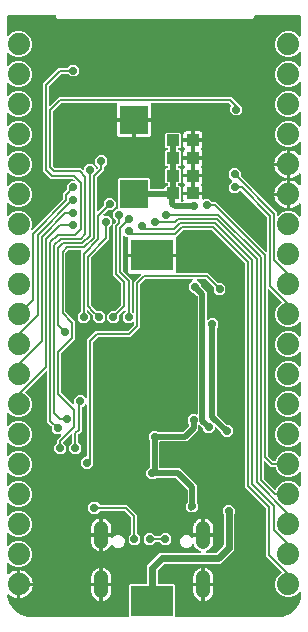
<source format=gbr>
G04 EAGLE Gerber RS-274X export*
G75*
%MOMM*%
%FSLAX34Y34*%
%LPD*%
%INBottom Copper*%
%IPPOS*%
%AMOC8*
5,1,8,0,0,1.08239X$1,22.5*%
G01*
%ADD10C,1.879600*%
%ADD11R,2.403600X2.368000*%
%ADD12R,1.100000X1.000000*%
%ADD13C,1.158000*%
%ADD14R,3.600000X2.600000*%
%ADD15C,0.706400*%
%ADD16C,0.200000*%
%ADD17C,0.508000*%
%ADD18C,0.609600*%

G36*
X19686Y1363D02*
X19686Y1363D01*
X19782Y1379D01*
X19812Y1382D01*
X21858Y1382D01*
X21879Y1385D01*
X21926Y1385D01*
X22805Y1465D01*
X22813Y1462D01*
X22864Y1432D01*
X22927Y1419D01*
X22987Y1396D01*
X23081Y1387D01*
X23103Y1382D01*
X23114Y1384D01*
X23134Y1382D01*
X102726Y1382D01*
X102750Y1386D01*
X102775Y1383D01*
X102870Y1405D01*
X102967Y1421D01*
X102988Y1433D01*
X103012Y1439D01*
X103096Y1490D01*
X103182Y1536D01*
X103199Y1554D01*
X103220Y1567D01*
X103282Y1643D01*
X103349Y1714D01*
X103359Y1737D01*
X103375Y1756D01*
X103409Y1847D01*
X103450Y1937D01*
X103452Y1961D01*
X103461Y1984D01*
X103475Y2131D01*
X103475Y28132D01*
X104368Y29025D01*
X117678Y29025D01*
X117702Y29029D01*
X117727Y29026D01*
X117822Y29048D01*
X117919Y29064D01*
X117940Y29076D01*
X117964Y29082D01*
X118048Y29133D01*
X118134Y29179D01*
X118151Y29197D01*
X118172Y29210D01*
X118234Y29286D01*
X118301Y29357D01*
X118311Y29380D01*
X118327Y29399D01*
X118361Y29490D01*
X118402Y29580D01*
X118404Y29604D01*
X118413Y29627D01*
X118427Y29774D01*
X118427Y44894D01*
X129106Y55573D01*
X163448Y55573D01*
X163544Y55589D01*
X163641Y55598D01*
X163664Y55608D01*
X163688Y55612D01*
X163775Y55659D01*
X163864Y55699D01*
X163882Y55716D01*
X163904Y55727D01*
X163970Y55799D01*
X164042Y55866D01*
X164053Y55887D01*
X164070Y55905D01*
X164111Y55994D01*
X164157Y56081D01*
X164161Y56105D01*
X164171Y56128D01*
X164181Y56225D01*
X164197Y56321D01*
X164193Y56346D01*
X164195Y56371D01*
X164173Y56466D01*
X164157Y56562D01*
X164146Y56584D01*
X164140Y56608D01*
X164088Y56691D01*
X164042Y56778D01*
X164024Y56794D01*
X164011Y56816D01*
X163936Y56878D01*
X163865Y56945D01*
X163836Y56960D01*
X163823Y56970D01*
X163800Y56979D01*
X163734Y57014D01*
X162254Y57627D01*
X160890Y58539D01*
X159729Y59700D01*
X158817Y61064D01*
X158189Y62580D01*
X158170Y62677D01*
X158161Y62700D01*
X158159Y62725D01*
X158119Y62814D01*
X158084Y62906D01*
X158069Y62925D01*
X158058Y62947D01*
X157991Y63019D01*
X157929Y63094D01*
X157908Y63107D01*
X157892Y63125D01*
X157805Y63172D01*
X157722Y63223D01*
X157698Y63229D01*
X157676Y63241D01*
X157580Y63257D01*
X157485Y63279D01*
X157460Y63276D01*
X157436Y63280D01*
X157339Y63265D01*
X157242Y63255D01*
X157219Y63245D01*
X157195Y63241D01*
X157109Y63195D01*
X157019Y63154D01*
X157001Y63138D01*
X156980Y63126D01*
X156913Y63055D01*
X156841Y62988D01*
X156830Y62966D01*
X156813Y62948D01*
X156743Y62818D01*
X156563Y62384D01*
X155016Y60837D01*
X152994Y59999D01*
X150806Y59999D01*
X148784Y60837D01*
X147237Y62384D01*
X146399Y64406D01*
X146399Y66594D01*
X147237Y68616D01*
X148784Y70163D01*
X150806Y71001D01*
X152994Y71001D01*
X155016Y70163D01*
X156590Y68589D01*
X156650Y68546D01*
X156704Y68496D01*
X156748Y68476D01*
X156789Y68447D01*
X156859Y68425D01*
X156926Y68395D01*
X156975Y68390D01*
X157022Y68376D01*
X157095Y68378D01*
X157169Y68371D01*
X157217Y68382D01*
X157266Y68384D01*
X157335Y68410D01*
X157406Y68426D01*
X157448Y68452D01*
X157494Y68470D01*
X157551Y68516D01*
X157614Y68555D01*
X157645Y68593D01*
X157683Y68624D01*
X157722Y68687D01*
X157769Y68744D01*
X157786Y68790D01*
X157812Y68832D01*
X157829Y68903D01*
X157855Y68972D01*
X157862Y69045D01*
X157868Y69069D01*
X157866Y69086D01*
X157869Y69119D01*
X157869Y69301D01*
X165450Y69301D01*
X165474Y69305D01*
X165498Y69302D01*
X165594Y69325D01*
X165691Y69340D01*
X165712Y69352D01*
X165736Y69358D01*
X165819Y69409D01*
X165906Y69455D01*
X165923Y69473D01*
X165943Y69486D01*
X166006Y69562D01*
X166073Y69634D01*
X166083Y69656D01*
X166098Y69675D01*
X166133Y69766D01*
X166173Y69856D01*
X166176Y69880D01*
X166185Y69903D01*
X166199Y70050D01*
X166199Y70801D01*
X166201Y70801D01*
X166201Y70050D01*
X166205Y70026D01*
X166202Y70001D01*
X166225Y69906D01*
X166241Y69809D01*
X166252Y69788D01*
X166258Y69764D01*
X166309Y69680D01*
X166356Y69594D01*
X166373Y69577D01*
X166386Y69556D01*
X166462Y69494D01*
X166534Y69427D01*
X166556Y69417D01*
X166575Y69402D01*
X166667Y69367D01*
X166756Y69326D01*
X166780Y69324D01*
X166803Y69315D01*
X166950Y69301D01*
X174531Y69301D01*
X174531Y64189D01*
X174211Y62580D01*
X173583Y61064D01*
X172671Y59700D01*
X171510Y58539D01*
X170146Y57627D01*
X168666Y57014D01*
X168583Y56963D01*
X168496Y56917D01*
X168479Y56898D01*
X168458Y56885D01*
X168396Y56810D01*
X168330Y56738D01*
X168319Y56716D01*
X168304Y56697D01*
X168269Y56605D01*
X168229Y56516D01*
X168226Y56492D01*
X168218Y56468D01*
X168214Y56371D01*
X168205Y56273D01*
X168210Y56249D01*
X168209Y56225D01*
X168238Y56131D01*
X168260Y56036D01*
X168273Y56015D01*
X168280Y55991D01*
X168337Y55912D01*
X168389Y55828D01*
X168408Y55813D01*
X168422Y55793D01*
X168502Y55736D01*
X168577Y55673D01*
X168600Y55665D01*
X168620Y55650D01*
X168714Y55622D01*
X168805Y55587D01*
X168838Y55584D01*
X168854Y55579D01*
X168879Y55580D01*
X168952Y55573D01*
X176796Y55573D01*
X176892Y55589D01*
X176989Y55598D01*
X177012Y55608D01*
X177036Y55612D01*
X177122Y55658D01*
X177211Y55699D01*
X177237Y55720D01*
X177252Y55727D01*
X177269Y55746D01*
X177325Y55792D01*
X183208Y61675D01*
X183265Y61754D01*
X183327Y61829D01*
X183335Y61853D01*
X183350Y61873D01*
X183378Y61966D01*
X183413Y62057D01*
X183416Y62090D01*
X183421Y62106D01*
X183420Y62131D01*
X183427Y62204D01*
X183427Y88111D01*
X183411Y88207D01*
X183402Y88304D01*
X183392Y88327D01*
X183388Y88352D01*
X183342Y88438D01*
X183301Y88527D01*
X183280Y88552D01*
X183273Y88567D01*
X183254Y88584D01*
X183208Y88641D01*
X182943Y88905D01*
X182943Y93095D01*
X185905Y96057D01*
X190095Y96057D01*
X193057Y93095D01*
X193057Y88905D01*
X192792Y88641D01*
X192735Y88561D01*
X192673Y88486D01*
X192665Y88463D01*
X192650Y88443D01*
X192622Y88349D01*
X192587Y88258D01*
X192584Y88225D01*
X192579Y88209D01*
X192580Y88184D01*
X192573Y88111D01*
X192573Y58106D01*
X180894Y46427D01*
X133204Y46427D01*
X133108Y46411D01*
X133011Y46402D01*
X132988Y46392D01*
X132964Y46388D01*
X132878Y46342D01*
X132789Y46301D01*
X132763Y46280D01*
X132748Y46273D01*
X132731Y46254D01*
X132675Y46208D01*
X127792Y41325D01*
X127735Y41246D01*
X127673Y41171D01*
X127665Y41147D01*
X127650Y41127D01*
X127622Y41034D01*
X127587Y40943D01*
X127584Y40910D01*
X127579Y40894D01*
X127580Y40869D01*
X127573Y40796D01*
X127573Y29774D01*
X127577Y29750D01*
X127574Y29725D01*
X127596Y29630D01*
X127612Y29533D01*
X127624Y29512D01*
X127630Y29488D01*
X127681Y29404D01*
X127727Y29318D01*
X127745Y29301D01*
X127758Y29280D01*
X127834Y29218D01*
X127905Y29151D01*
X127928Y29141D01*
X127947Y29125D01*
X128038Y29091D01*
X128128Y29050D01*
X128152Y29048D01*
X128175Y29039D01*
X128322Y29025D01*
X141632Y29025D01*
X142525Y28132D01*
X142525Y2131D01*
X142529Y2107D01*
X142526Y2082D01*
X142548Y1987D01*
X142564Y1890D01*
X142576Y1869D01*
X142582Y1845D01*
X142633Y1761D01*
X142679Y1675D01*
X142697Y1658D01*
X142710Y1637D01*
X142786Y1575D01*
X142857Y1508D01*
X142880Y1498D01*
X142899Y1482D01*
X142990Y1448D01*
X143080Y1407D01*
X143104Y1405D01*
X143127Y1396D01*
X143274Y1382D01*
X228797Y1382D01*
X228875Y1394D01*
X228953Y1398D01*
X228994Y1414D01*
X229038Y1421D01*
X229061Y1434D01*
X230043Y1383D01*
X230056Y1384D01*
X230081Y1382D01*
X230260Y1382D01*
X230271Y1384D01*
X230292Y1382D01*
X233406Y1517D01*
X233439Y1524D01*
X233472Y1523D01*
X233616Y1556D01*
X235352Y2148D01*
X237551Y2897D01*
X239673Y3620D01*
X239734Y3652D01*
X239798Y3676D01*
X239867Y3724D01*
X239888Y3735D01*
X239898Y3745D01*
X239919Y3760D01*
X244778Y7925D01*
X244823Y7978D01*
X244874Y8023D01*
X244920Y8094D01*
X244935Y8112D01*
X244940Y8125D01*
X244955Y8147D01*
X247921Y13818D01*
X247931Y13849D01*
X247949Y13877D01*
X247992Y14019D01*
X248604Y17090D01*
X248604Y17091D01*
X248618Y17237D01*
X248618Y22062D01*
X248606Y22135D01*
X248604Y22208D01*
X248587Y22254D01*
X248579Y22303D01*
X248544Y22368D01*
X248518Y22437D01*
X248487Y22475D01*
X248464Y22518D01*
X248410Y22569D01*
X248363Y22625D01*
X248322Y22651D01*
X248286Y22685D01*
X248219Y22716D01*
X248156Y22754D01*
X248108Y22766D01*
X248063Y22786D01*
X247990Y22793D01*
X247919Y22810D01*
X247870Y22805D01*
X247820Y22810D01*
X247749Y22793D01*
X247676Y22786D01*
X247631Y22766D01*
X247583Y22755D01*
X247520Y22716D01*
X247453Y22686D01*
X247397Y22639D01*
X247375Y22626D01*
X247365Y22613D01*
X247339Y22592D01*
X244487Y19740D01*
X240473Y18077D01*
X236127Y18077D01*
X232113Y19740D01*
X229040Y22813D01*
X227377Y26827D01*
X227377Y31173D01*
X229040Y35187D01*
X232113Y38260D01*
X232418Y38386D01*
X232459Y38412D01*
X232505Y38429D01*
X232563Y38476D01*
X232625Y38515D01*
X232656Y38553D01*
X232694Y38584D01*
X232733Y38647D01*
X232780Y38704D01*
X232797Y38750D01*
X232823Y38791D01*
X232840Y38863D01*
X232866Y38932D01*
X232868Y38981D01*
X232879Y39029D01*
X232872Y39102D01*
X232874Y39176D01*
X232860Y39223D01*
X232855Y39272D01*
X232825Y39339D01*
X232803Y39409D01*
X232775Y39449D01*
X232755Y39494D01*
X232662Y39607D01*
X232661Y39608D01*
X221174Y51095D01*
X219475Y52794D01*
X219475Y92900D01*
X219459Y92996D01*
X219450Y93093D01*
X219440Y93116D01*
X219436Y93141D01*
X219390Y93227D01*
X219349Y93315D01*
X219328Y93341D01*
X219321Y93356D01*
X219302Y93373D01*
X219256Y93430D01*
X201757Y110928D01*
X201757Y300427D01*
X201741Y300523D01*
X201732Y300620D01*
X201722Y300643D01*
X201718Y300668D01*
X201672Y300754D01*
X201631Y300842D01*
X201610Y300868D01*
X201603Y300883D01*
X201584Y300900D01*
X201538Y300957D01*
X173811Y328684D01*
X173731Y328741D01*
X173656Y328803D01*
X173633Y328811D01*
X173612Y328826D01*
X173519Y328854D01*
X173428Y328889D01*
X173395Y328892D01*
X173379Y328897D01*
X173354Y328896D01*
X173281Y328903D01*
X149316Y328903D01*
X149220Y328887D01*
X149123Y328878D01*
X149100Y328868D01*
X149075Y328864D01*
X148989Y328818D01*
X148901Y328777D01*
X148875Y328756D01*
X148860Y328749D01*
X148843Y328730D01*
X148786Y328684D01*
X144696Y324594D01*
X143121Y323018D01*
X143092Y322979D01*
X143057Y322945D01*
X143022Y322880D01*
X142979Y322820D01*
X142965Y322773D01*
X142941Y322730D01*
X142929Y322657D01*
X142908Y322587D01*
X142910Y322538D01*
X142902Y322489D01*
X142913Y322417D01*
X142916Y322343D01*
X142933Y322297D01*
X142941Y322249D01*
X143001Y322115D01*
X143002Y322114D01*
X143368Y321481D01*
X143541Y320834D01*
X143541Y308999D01*
X123750Y308999D01*
X123726Y308995D01*
X123702Y308998D01*
X123606Y308975D01*
X123509Y308959D01*
X123488Y308948D01*
X123464Y308942D01*
X123381Y308891D01*
X123294Y308844D01*
X123277Y308827D01*
X123257Y308814D01*
X123194Y308738D01*
X123127Y308666D01*
X123117Y308644D01*
X123102Y308625D01*
X123067Y308534D01*
X123026Y308444D01*
X123024Y308420D01*
X123015Y308397D01*
X123001Y308250D01*
X123001Y306750D01*
X123005Y306726D01*
X123002Y306702D01*
X123025Y306606D01*
X123041Y306509D01*
X123052Y306488D01*
X123058Y306464D01*
X123109Y306380D01*
X123156Y306294D01*
X123173Y306277D01*
X123186Y306257D01*
X123262Y306194D01*
X123334Y306127D01*
X123356Y306117D01*
X123375Y306102D01*
X123466Y306067D01*
X123556Y306026D01*
X123580Y306024D01*
X123603Y306015D01*
X123750Y306001D01*
X143541Y306001D01*
X143541Y294166D01*
X143344Y293433D01*
X143335Y293412D01*
X143333Y293388D01*
X143324Y293366D01*
X143321Y293267D01*
X143311Y293169D01*
X143317Y293146D01*
X143316Y293122D01*
X143344Y293028D01*
X143366Y292932D01*
X143379Y292911D01*
X143386Y292888D01*
X143443Y292808D01*
X143495Y292724D01*
X143514Y292709D01*
X143528Y292689D01*
X143608Y292632D01*
X143683Y292569D01*
X143706Y292561D01*
X143726Y292547D01*
X143820Y292518D01*
X143912Y292483D01*
X143943Y292480D01*
X143959Y292475D01*
X143984Y292476D01*
X144059Y292469D01*
X149152Y292469D01*
X149249Y292485D01*
X149346Y292494D01*
X149368Y292504D01*
X149393Y292508D01*
X149424Y292525D01*
X170046Y292525D01*
X171744Y290826D01*
X178294Y284276D01*
X178374Y284219D01*
X178449Y284157D01*
X178472Y284149D01*
X178493Y284134D01*
X178586Y284106D01*
X178677Y284071D01*
X178710Y284068D01*
X178726Y284063D01*
X178751Y284064D01*
X178824Y284057D01*
X182095Y284057D01*
X185057Y281095D01*
X185057Y276905D01*
X182095Y273943D01*
X177905Y273943D01*
X174943Y276905D01*
X174943Y280176D01*
X174927Y280272D01*
X174918Y280369D01*
X174908Y280392D01*
X174904Y280417D01*
X174858Y280503D01*
X174817Y280591D01*
X174796Y280617D01*
X174789Y280632D01*
X174770Y280649D01*
X174724Y280706D01*
X168174Y287256D01*
X168094Y287313D01*
X168019Y287375D01*
X167996Y287383D01*
X167975Y287398D01*
X167882Y287426D01*
X167791Y287461D01*
X167758Y287464D01*
X167742Y287469D01*
X167717Y287468D01*
X167644Y287475D01*
X161485Y287475D01*
X161412Y287463D01*
X161339Y287461D01*
X161293Y287444D01*
X161244Y287436D01*
X161179Y287401D01*
X161111Y287375D01*
X161072Y287344D01*
X161029Y287321D01*
X160979Y287267D01*
X160922Y287220D01*
X160896Y287179D01*
X160862Y287143D01*
X160832Y287076D01*
X160793Y287013D01*
X160782Y286965D01*
X160761Y286920D01*
X160754Y286847D01*
X160737Y286776D01*
X160742Y286727D01*
X160737Y286677D01*
X160754Y286606D01*
X160761Y286533D01*
X160781Y286488D01*
X160792Y286440D01*
X160831Y286377D01*
X160861Y286310D01*
X160908Y286254D01*
X160921Y286232D01*
X160934Y286222D01*
X160955Y286196D01*
X164057Y283095D01*
X164057Y282002D01*
X164073Y281906D01*
X164082Y281809D01*
X164092Y281786D01*
X164096Y281761D01*
X164142Y281675D01*
X164183Y281586D01*
X164204Y281561D01*
X164211Y281546D01*
X164230Y281529D01*
X164276Y281472D01*
X169661Y276088D01*
X169661Y253621D01*
X169673Y253548D01*
X169675Y253475D01*
X169692Y253429D01*
X169700Y253380D01*
X169735Y253315D01*
X169761Y253247D01*
X169792Y253208D01*
X169815Y253165D01*
X169869Y253115D01*
X169916Y253058D01*
X169958Y253032D01*
X169993Y252998D01*
X170060Y252968D01*
X170123Y252929D01*
X170171Y252918D01*
X170216Y252897D01*
X170289Y252890D01*
X170360Y252873D01*
X170409Y252878D01*
X170459Y252873D01*
X170530Y252890D01*
X170603Y252897D01*
X170648Y252917D01*
X170696Y252928D01*
X170759Y252967D01*
X170826Y252997D01*
X170882Y253044D01*
X170904Y253057D01*
X170914Y253070D01*
X170940Y253091D01*
X171905Y254057D01*
X176095Y254057D01*
X179057Y251095D01*
X179057Y246905D01*
X178284Y246133D01*
X178239Y246070D01*
X178202Y246031D01*
X178195Y246014D01*
X178165Y245978D01*
X178157Y245955D01*
X178142Y245935D01*
X178114Y245841D01*
X178079Y245750D01*
X178076Y245717D01*
X178071Y245701D01*
X178072Y245676D01*
X178065Y245603D01*
X178065Y172994D01*
X178081Y172898D01*
X178090Y172801D01*
X178100Y172778D01*
X178104Y172753D01*
X178150Y172667D01*
X178191Y172578D01*
X178212Y172553D01*
X178219Y172538D01*
X178238Y172521D01*
X178284Y172464D01*
X186472Y164276D01*
X186552Y164219D01*
X186627Y164157D01*
X186650Y164149D01*
X186671Y164134D01*
X186764Y164106D01*
X186855Y164071D01*
X186888Y164068D01*
X186904Y164063D01*
X186929Y164064D01*
X187002Y164057D01*
X188095Y164057D01*
X191057Y161095D01*
X191057Y156905D01*
X188095Y153943D01*
X183905Y153943D01*
X180943Y156905D01*
X180943Y157998D01*
X180927Y158094D01*
X180918Y158191D01*
X180908Y158214D01*
X180904Y158239D01*
X180858Y158325D01*
X180817Y158414D01*
X180796Y158439D01*
X180789Y158454D01*
X180770Y158471D01*
X180724Y158528D01*
X177336Y161916D01*
X177276Y161959D01*
X177222Y162009D01*
X177178Y162029D01*
X177137Y162058D01*
X177067Y162079D01*
X177000Y162110D01*
X176951Y162115D01*
X176904Y162129D01*
X176831Y162126D01*
X176757Y162134D01*
X176709Y162123D01*
X176660Y162121D01*
X176591Y162095D01*
X176520Y162078D01*
X176478Y162052D01*
X176432Y162035D01*
X176375Y161989D01*
X176312Y161950D01*
X176281Y161912D01*
X176243Y161880D01*
X176204Y161818D01*
X176157Y161761D01*
X176140Y161715D01*
X176114Y161673D01*
X176097Y161602D01*
X176071Y161533D01*
X176064Y161460D01*
X176058Y161436D01*
X176060Y161419D01*
X176057Y161386D01*
X176057Y159905D01*
X173095Y156943D01*
X168905Y156943D01*
X165943Y159905D01*
X165943Y160998D01*
X165927Y161094D01*
X165918Y161191D01*
X165908Y161214D01*
X165904Y161239D01*
X165858Y161325D01*
X165817Y161414D01*
X165796Y161439D01*
X165789Y161454D01*
X165770Y161471D01*
X165724Y161528D01*
X164132Y163120D01*
X163344Y163908D01*
X163284Y163951D01*
X163230Y164001D01*
X163186Y164021D01*
X163145Y164050D01*
X163075Y164071D01*
X163008Y164102D01*
X162959Y164107D01*
X162912Y164121D01*
X162839Y164118D01*
X162765Y164126D01*
X162717Y164115D01*
X162668Y164113D01*
X162599Y164087D01*
X162528Y164070D01*
X162486Y164044D01*
X162440Y164027D01*
X162383Y163981D01*
X162320Y163942D01*
X162289Y163904D01*
X162251Y163872D01*
X162212Y163810D01*
X162165Y163753D01*
X162148Y163707D01*
X162122Y163665D01*
X162105Y163594D01*
X162079Y163525D01*
X162072Y163452D01*
X162066Y163428D01*
X162068Y163411D01*
X162065Y163378D01*
X162065Y159316D01*
X152684Y149935D01*
X129814Y149935D01*
X129790Y149931D01*
X129765Y149934D01*
X129670Y149912D01*
X129573Y149896D01*
X129552Y149884D01*
X129528Y149878D01*
X129444Y149827D01*
X129358Y149781D01*
X129341Y149763D01*
X129320Y149750D01*
X129258Y149674D01*
X129191Y149603D01*
X129181Y149580D01*
X129165Y149561D01*
X129131Y149470D01*
X129090Y149380D01*
X129088Y149356D01*
X129079Y149333D01*
X129065Y149186D01*
X129065Y127814D01*
X129069Y127790D01*
X129066Y127765D01*
X129088Y127670D01*
X129104Y127573D01*
X129116Y127552D01*
X129122Y127528D01*
X129173Y127444D01*
X129219Y127358D01*
X129237Y127341D01*
X129250Y127320D01*
X129326Y127258D01*
X129397Y127191D01*
X129420Y127181D01*
X129439Y127165D01*
X129530Y127131D01*
X129620Y127090D01*
X129644Y127088D01*
X129667Y127079D01*
X129814Y127065D01*
X146684Y127065D01*
X161065Y112684D01*
X161065Y98397D01*
X161081Y98301D01*
X161090Y98204D01*
X161100Y98181D01*
X161104Y98156D01*
X161150Y98070D01*
X161191Y97981D01*
X161212Y97956D01*
X161219Y97941D01*
X161238Y97924D01*
X161284Y97867D01*
X162057Y97095D01*
X162057Y92905D01*
X159095Y89943D01*
X158002Y89943D01*
X157954Y89935D01*
X154316Y89935D01*
X151935Y92316D01*
X151935Y95899D01*
X151937Y95904D01*
X151936Y95929D01*
X151943Y96002D01*
X151943Y97095D01*
X152716Y97867D01*
X152773Y97947D01*
X152835Y98022D01*
X152843Y98045D01*
X152858Y98065D01*
X152886Y98159D01*
X152921Y98250D01*
X152924Y98283D01*
X152929Y98299D01*
X152928Y98324D01*
X152935Y98397D01*
X152935Y109006D01*
X152919Y109102D01*
X152910Y109199D01*
X152900Y109222D01*
X152896Y109247D01*
X152850Y109333D01*
X152809Y109422D01*
X152788Y109447D01*
X152781Y109462D01*
X152762Y109479D01*
X152716Y109536D01*
X143536Y118716D01*
X143456Y118773D01*
X143381Y118835D01*
X143358Y118843D01*
X143337Y118858D01*
X143244Y118886D01*
X143153Y118921D01*
X143120Y118924D01*
X143104Y118929D01*
X143079Y118928D01*
X143006Y118935D01*
X126397Y118935D01*
X126301Y118919D01*
X126204Y118910D01*
X126181Y118900D01*
X126156Y118896D01*
X126070Y118850D01*
X125981Y118809D01*
X125956Y118788D01*
X125941Y118781D01*
X125924Y118762D01*
X125867Y118716D01*
X125095Y117943D01*
X120905Y117943D01*
X117943Y120905D01*
X117943Y125095D01*
X120716Y127867D01*
X120773Y127947D01*
X120835Y128022D01*
X120843Y128045D01*
X120858Y128065D01*
X120886Y128159D01*
X120921Y128250D01*
X120924Y128283D01*
X120929Y128299D01*
X120928Y128324D01*
X120935Y128397D01*
X120935Y150603D01*
X120919Y150699D01*
X120910Y150796D01*
X120900Y150819D01*
X120896Y150844D01*
X120850Y150930D01*
X120809Y151019D01*
X120788Y151044D01*
X120781Y151059D01*
X120762Y151076D01*
X120716Y151133D01*
X119943Y151905D01*
X119943Y156095D01*
X122905Y159057D01*
X127095Y159057D01*
X127867Y158284D01*
X127947Y158227D01*
X128022Y158165D01*
X128045Y158157D01*
X128065Y158142D01*
X128159Y158114D01*
X128250Y158079D01*
X128283Y158076D01*
X128299Y158071D01*
X128324Y158072D01*
X128397Y158065D01*
X149006Y158065D01*
X149102Y158081D01*
X149199Y158090D01*
X149222Y158100D01*
X149247Y158104D01*
X149333Y158150D01*
X149422Y158191D01*
X149447Y158212D01*
X149462Y158219D01*
X149479Y158238D01*
X149536Y158284D01*
X153716Y162464D01*
X153773Y162544D01*
X153835Y162619D01*
X153843Y162642D01*
X153858Y162663D01*
X153886Y162756D01*
X153921Y162847D01*
X153924Y162880D01*
X153929Y162896D01*
X153928Y162921D01*
X153935Y162994D01*
X153935Y164603D01*
X153919Y164699D01*
X153910Y164796D01*
X153900Y164819D01*
X153896Y164844D01*
X153850Y164930D01*
X153809Y165019D01*
X153788Y165044D01*
X153781Y165059D01*
X153762Y165076D01*
X153716Y165133D01*
X152943Y165905D01*
X152943Y170095D01*
X155905Y173057D01*
X160095Y173057D01*
X160252Y172899D01*
X160312Y172856D01*
X160366Y172806D01*
X160410Y172786D01*
X160451Y172757D01*
X160521Y172736D01*
X160588Y172705D01*
X160637Y172700D01*
X160684Y172686D01*
X160757Y172688D01*
X160831Y172681D01*
X160879Y172692D01*
X160928Y172694D01*
X160997Y172720D01*
X161068Y172736D01*
X161110Y172762D01*
X161156Y172780D01*
X161213Y172826D01*
X161276Y172865D01*
X161307Y172903D01*
X161345Y172934D01*
X161384Y172997D01*
X161431Y173054D01*
X161448Y173100D01*
X161474Y173142D01*
X161491Y173213D01*
X161517Y173282D01*
X161524Y173355D01*
X161530Y173379D01*
X161528Y173396D01*
X161531Y173429D01*
X161531Y272410D01*
X161515Y272506D01*
X161506Y272603D01*
X161496Y272626D01*
X161492Y272651D01*
X161446Y272737D01*
X161405Y272826D01*
X161384Y272851D01*
X161377Y272866D01*
X161358Y272883D01*
X161312Y272940D01*
X158528Y275724D01*
X158448Y275781D01*
X158373Y275843D01*
X158350Y275851D01*
X158329Y275866D01*
X158236Y275894D01*
X158145Y275929D01*
X158112Y275932D01*
X158096Y275937D01*
X158071Y275936D01*
X157998Y275943D01*
X156905Y275943D01*
X153943Y278905D01*
X153943Y283095D01*
X157045Y286196D01*
X157088Y286256D01*
X157138Y286310D01*
X157158Y286354D01*
X157187Y286395D01*
X157208Y286465D01*
X157239Y286532D01*
X157244Y286581D01*
X157258Y286628D01*
X157256Y286701D01*
X157263Y286775D01*
X157252Y286823D01*
X157250Y286872D01*
X157224Y286941D01*
X157208Y287012D01*
X157182Y287054D01*
X157164Y287100D01*
X157118Y287157D01*
X157079Y287220D01*
X157041Y287251D01*
X157010Y287289D01*
X156947Y287328D01*
X156890Y287375D01*
X156844Y287392D01*
X156802Y287418D01*
X156731Y287435D01*
X156662Y287461D01*
X156589Y287468D01*
X156565Y287474D01*
X156548Y287472D01*
X156515Y287475D01*
X151921Y287475D01*
X151824Y287459D01*
X151727Y287450D01*
X151705Y287440D01*
X151680Y287436D01*
X151649Y287419D01*
X117300Y287419D01*
X117204Y287403D01*
X117107Y287394D01*
X117084Y287384D01*
X117059Y287380D01*
X116973Y287334D01*
X116885Y287293D01*
X116859Y287272D01*
X116844Y287265D01*
X116827Y287246D01*
X116770Y287200D01*
X112744Y283174D01*
X112687Y283094D01*
X112625Y283019D01*
X112617Y282996D01*
X112602Y282975D01*
X112574Y282882D01*
X112539Y282791D01*
X112536Y282758D01*
X112531Y282742D01*
X112532Y282717D01*
X112525Y282644D01*
X112525Y246954D01*
X104046Y238475D01*
X77356Y238475D01*
X77260Y238459D01*
X77163Y238450D01*
X77140Y238440D01*
X77115Y238436D01*
X77029Y238390D01*
X76941Y238349D01*
X76915Y238328D01*
X76900Y238321D01*
X76883Y238302D01*
X76826Y238256D01*
X72744Y234174D01*
X72687Y234094D01*
X72625Y234019D01*
X72617Y233996D01*
X72602Y233975D01*
X72574Y233882D01*
X72551Y233822D01*
X72550Y233821D01*
X72550Y233820D01*
X72539Y233791D01*
X72536Y233758D01*
X72531Y233742D01*
X72532Y233717D01*
X72525Y233644D01*
X72525Y134937D01*
X72541Y134841D01*
X72550Y134744D01*
X72560Y134721D01*
X72564Y134696D01*
X72610Y134610D01*
X72651Y134521D01*
X72672Y134496D01*
X72679Y134481D01*
X72698Y134464D01*
X72744Y134407D01*
X73057Y134095D01*
X73057Y129905D01*
X70095Y126943D01*
X65905Y126943D01*
X62943Y129905D01*
X62943Y134095D01*
X65905Y137057D01*
X66726Y137057D01*
X66750Y137061D01*
X66775Y137058D01*
X66870Y137080D01*
X66967Y137096D01*
X66988Y137108D01*
X67012Y137114D01*
X67096Y137165D01*
X67182Y137211D01*
X67199Y137229D01*
X67220Y137242D01*
X67282Y137318D01*
X67349Y137389D01*
X67359Y137412D01*
X67375Y137431D01*
X67409Y137522D01*
X67450Y137612D01*
X67452Y137636D01*
X67461Y137659D01*
X67475Y137806D01*
X67475Y180515D01*
X67463Y180588D01*
X67461Y180661D01*
X67444Y180707D01*
X67436Y180756D01*
X67401Y180821D01*
X67375Y180889D01*
X67344Y180928D01*
X67321Y180971D01*
X67267Y181021D01*
X67220Y181078D01*
X67178Y181104D01*
X67143Y181138D01*
X67076Y181168D01*
X67013Y181207D01*
X66965Y181218D01*
X66920Y181239D01*
X66847Y181246D01*
X66776Y181263D01*
X66727Y181258D01*
X66677Y181263D01*
X66606Y181246D01*
X66533Y181239D01*
X66488Y181219D01*
X66440Y181208D01*
X66377Y181169D01*
X66310Y181139D01*
X66254Y181092D01*
X66232Y181079D01*
X66222Y181066D01*
X66196Y181045D01*
X64059Y178908D01*
X64033Y178904D01*
X64012Y178892D01*
X63988Y178886D01*
X63904Y178835D01*
X63818Y178789D01*
X63801Y178771D01*
X63780Y178758D01*
X63718Y178682D01*
X63651Y178611D01*
X63641Y178588D01*
X63625Y178569D01*
X63591Y178478D01*
X63550Y178388D01*
X63548Y178364D01*
X63539Y178341D01*
X63525Y178194D01*
X63525Y158954D01*
X60744Y156174D01*
X60687Y156094D01*
X60625Y156019D01*
X60617Y155996D01*
X60602Y155975D01*
X60574Y155882D01*
X60539Y155791D01*
X60536Y155758D01*
X60531Y155742D01*
X60532Y155717D01*
X60525Y155644D01*
X60525Y148937D01*
X60527Y148922D01*
X60526Y148912D01*
X60535Y148876D01*
X60541Y148841D01*
X60550Y148744D01*
X60560Y148721D01*
X60564Y148696D01*
X60610Y148610D01*
X60651Y148521D01*
X60672Y148496D01*
X60679Y148481D01*
X60698Y148464D01*
X60744Y148407D01*
X63057Y146095D01*
X63057Y141905D01*
X60095Y138943D01*
X55905Y138943D01*
X52943Y141905D01*
X52943Y146095D01*
X55256Y148407D01*
X55313Y148486D01*
X55375Y148562D01*
X55383Y148585D01*
X55398Y148605D01*
X55426Y148699D01*
X55461Y148790D01*
X55464Y148823D01*
X55469Y148839D01*
X55468Y148864D01*
X55475Y148937D01*
X55475Y155531D01*
X55463Y155604D01*
X55461Y155677D01*
X55444Y155723D01*
X55436Y155772D01*
X55401Y155837D01*
X55375Y155906D01*
X55344Y155944D01*
X55321Y155987D01*
X55267Y156038D01*
X55220Y156094D01*
X55179Y156120D01*
X55143Y156154D01*
X55076Y156185D01*
X55013Y156223D01*
X54965Y156235D01*
X54920Y156255D01*
X54847Y156262D01*
X54776Y156279D01*
X54727Y156274D01*
X54677Y156279D01*
X54606Y156262D01*
X54533Y156255D01*
X54488Y156235D01*
X54440Y156224D01*
X54377Y156185D01*
X54310Y156155D01*
X54254Y156108D01*
X54232Y156095D01*
X54222Y156082D01*
X54196Y156061D01*
X47744Y149609D01*
X47687Y149530D01*
X47625Y149455D01*
X47617Y149431D01*
X47602Y149411D01*
X47574Y149317D01*
X47539Y149226D01*
X47536Y149193D01*
X47531Y149177D01*
X47532Y149152D01*
X47525Y149079D01*
X47525Y148937D01*
X47527Y148922D01*
X47526Y148912D01*
X47535Y148876D01*
X47541Y148841D01*
X47550Y148744D01*
X47560Y148721D01*
X47564Y148696D01*
X47610Y148610D01*
X47651Y148521D01*
X47672Y148496D01*
X47679Y148481D01*
X47698Y148464D01*
X47744Y148407D01*
X50057Y146095D01*
X50057Y141905D01*
X47095Y138943D01*
X42905Y138943D01*
X39943Y141905D01*
X39943Y146095D01*
X42256Y148407D01*
X42313Y148487D01*
X42375Y148562D01*
X42383Y148585D01*
X42398Y148605D01*
X42426Y148699D01*
X42461Y148790D01*
X42464Y148823D01*
X42469Y148839D01*
X42468Y148864D01*
X42475Y148937D01*
X42475Y151481D01*
X44174Y153180D01*
X45658Y154664D01*
X45701Y154724D01*
X45751Y154778D01*
X45772Y154822D01*
X45800Y154863D01*
X45822Y154933D01*
X45852Y155000D01*
X45857Y155049D01*
X45871Y155096D01*
X45869Y155169D01*
X45876Y155243D01*
X45865Y155291D01*
X45863Y155340D01*
X45838Y155409D01*
X45821Y155480D01*
X45795Y155522D01*
X45777Y155568D01*
X45731Y155625D01*
X45692Y155688D01*
X45654Y155719D01*
X45623Y155757D01*
X45560Y155796D01*
X45504Y155843D01*
X45458Y155860D01*
X45416Y155886D01*
X45344Y155903D01*
X45275Y155929D01*
X45202Y155936D01*
X45178Y155942D01*
X45161Y155940D01*
X45128Y155943D01*
X40905Y155943D01*
X37943Y158905D01*
X37943Y162192D01*
X37927Y162288D01*
X37918Y162385D01*
X37908Y162408D01*
X37904Y162433D01*
X37858Y162519D01*
X37817Y162608D01*
X37796Y162633D01*
X37789Y162648D01*
X37770Y162665D01*
X37724Y162722D01*
X33969Y166476D01*
X33969Y208530D01*
X33957Y208602D01*
X33955Y208676D01*
X33938Y208722D01*
X33930Y208770D01*
X33895Y208835D01*
X33869Y208904D01*
X33838Y208942D01*
X33815Y208986D01*
X33761Y209036D01*
X33714Y209093D01*
X33672Y209119D01*
X33637Y209152D01*
X33570Y209183D01*
X33507Y209222D01*
X33459Y209233D01*
X33414Y209253D01*
X33341Y209260D01*
X33270Y209277D01*
X33221Y209272D01*
X33171Y209277D01*
X33100Y209261D01*
X33027Y209254D01*
X32982Y209233D01*
X32934Y209222D01*
X32871Y209183D01*
X32804Y209153D01*
X32748Y209106D01*
X32726Y209093D01*
X32716Y209080D01*
X32690Y209059D01*
X15639Y192008D01*
X15610Y191968D01*
X15575Y191935D01*
X15540Y191870D01*
X15497Y191810D01*
X15483Y191763D01*
X15460Y191720D01*
X15447Y191647D01*
X15426Y191576D01*
X15428Y191527D01*
X15420Y191479D01*
X15432Y191406D01*
X15434Y191333D01*
X15451Y191287D01*
X15459Y191238D01*
X15494Y191173D01*
X15520Y191104D01*
X15551Y191066D01*
X15574Y191023D01*
X15628Y190972D01*
X15674Y190915D01*
X15716Y190890D01*
X15752Y190856D01*
X15881Y190787D01*
X15882Y190786D01*
X16187Y190660D01*
X19260Y187587D01*
X20923Y183573D01*
X20923Y179227D01*
X19260Y175213D01*
X16187Y172140D01*
X12173Y170477D01*
X7827Y170477D01*
X3813Y172140D01*
X1661Y174292D01*
X1601Y174335D01*
X1547Y174385D01*
X1503Y174406D01*
X1462Y174434D01*
X1392Y174456D01*
X1325Y174486D01*
X1276Y174491D01*
X1229Y174505D01*
X1156Y174503D01*
X1082Y174510D01*
X1034Y174499D01*
X985Y174497D01*
X916Y174471D01*
X845Y174455D01*
X803Y174429D01*
X757Y174411D01*
X700Y174365D01*
X637Y174326D01*
X606Y174288D01*
X568Y174257D01*
X529Y174194D01*
X482Y174138D01*
X465Y174092D01*
X439Y174050D01*
X422Y173978D01*
X396Y173909D01*
X389Y173836D01*
X383Y173812D01*
X385Y173795D01*
X382Y173762D01*
X382Y163638D01*
X394Y163565D01*
X396Y163492D01*
X413Y163446D01*
X421Y163397D01*
X456Y163332D01*
X482Y163263D01*
X513Y163225D01*
X536Y163182D01*
X590Y163131D01*
X637Y163075D01*
X679Y163049D01*
X714Y163015D01*
X781Y162984D01*
X844Y162946D01*
X892Y162934D01*
X937Y162914D01*
X1010Y162907D01*
X1081Y162890D01*
X1130Y162895D01*
X1180Y162890D01*
X1251Y162907D01*
X1324Y162914D01*
X1369Y162934D01*
X1417Y162945D01*
X1480Y162984D01*
X1547Y163014D01*
X1603Y163061D01*
X1625Y163074D01*
X1635Y163087D01*
X1661Y163108D01*
X3813Y165260D01*
X7827Y166923D01*
X12173Y166923D01*
X16187Y165260D01*
X19260Y162187D01*
X20923Y158173D01*
X20923Y153827D01*
X19260Y149813D01*
X16187Y146740D01*
X12173Y145077D01*
X7827Y145077D01*
X3813Y146740D01*
X1661Y148892D01*
X1601Y148935D01*
X1547Y148985D01*
X1503Y149006D01*
X1462Y149034D01*
X1392Y149056D01*
X1325Y149086D01*
X1276Y149091D01*
X1229Y149105D01*
X1156Y149103D01*
X1082Y149110D01*
X1034Y149099D01*
X985Y149097D01*
X916Y149071D01*
X845Y149055D01*
X803Y149029D01*
X757Y149011D01*
X700Y148965D01*
X637Y148926D01*
X606Y148888D01*
X568Y148857D01*
X529Y148794D01*
X482Y148738D01*
X465Y148692D01*
X439Y148650D01*
X422Y148578D01*
X396Y148509D01*
X389Y148436D01*
X383Y148412D01*
X385Y148395D01*
X382Y148362D01*
X382Y138238D01*
X394Y138165D01*
X396Y138092D01*
X413Y138046D01*
X421Y137997D01*
X456Y137932D01*
X482Y137863D01*
X513Y137825D01*
X536Y137782D01*
X590Y137731D01*
X637Y137675D01*
X679Y137649D01*
X714Y137615D01*
X781Y137584D01*
X844Y137546D01*
X892Y137534D01*
X937Y137514D01*
X1010Y137507D01*
X1081Y137490D01*
X1130Y137495D01*
X1180Y137490D01*
X1251Y137507D01*
X1324Y137514D01*
X1369Y137534D01*
X1417Y137545D01*
X1480Y137584D01*
X1547Y137614D01*
X1603Y137661D01*
X1625Y137674D01*
X1635Y137687D01*
X1661Y137708D01*
X3813Y139860D01*
X7827Y141523D01*
X12173Y141523D01*
X16187Y139860D01*
X19260Y136787D01*
X20923Y132773D01*
X20923Y128427D01*
X19260Y124413D01*
X16187Y121340D01*
X12173Y119677D01*
X7827Y119677D01*
X3813Y121340D01*
X1661Y123492D01*
X1601Y123535D01*
X1547Y123585D01*
X1503Y123606D01*
X1462Y123634D01*
X1392Y123656D01*
X1325Y123686D01*
X1276Y123691D01*
X1229Y123705D01*
X1156Y123703D01*
X1082Y123710D01*
X1034Y123699D01*
X985Y123697D01*
X916Y123671D01*
X845Y123655D01*
X803Y123629D01*
X757Y123611D01*
X700Y123565D01*
X637Y123526D01*
X606Y123488D01*
X568Y123457D01*
X529Y123394D01*
X482Y123338D01*
X465Y123292D01*
X439Y123250D01*
X422Y123178D01*
X396Y123109D01*
X389Y123036D01*
X383Y123012D01*
X385Y122995D01*
X382Y122962D01*
X382Y112838D01*
X394Y112765D01*
X396Y112692D01*
X413Y112646D01*
X421Y112597D01*
X456Y112532D01*
X482Y112463D01*
X513Y112425D01*
X536Y112382D01*
X590Y112331D01*
X637Y112275D01*
X679Y112249D01*
X714Y112215D01*
X781Y112184D01*
X844Y112146D01*
X892Y112134D01*
X937Y112114D01*
X1010Y112107D01*
X1081Y112090D01*
X1130Y112095D01*
X1180Y112090D01*
X1251Y112107D01*
X1324Y112114D01*
X1369Y112134D01*
X1417Y112145D01*
X1480Y112184D01*
X1547Y112214D01*
X1603Y112261D01*
X1625Y112274D01*
X1635Y112287D01*
X1661Y112308D01*
X3813Y114460D01*
X7827Y116123D01*
X12173Y116123D01*
X16187Y114460D01*
X19260Y111387D01*
X20923Y107373D01*
X20923Y103027D01*
X19260Y99013D01*
X16187Y95940D01*
X12173Y94277D01*
X7827Y94277D01*
X3813Y95940D01*
X1661Y98092D01*
X1601Y98135D01*
X1547Y98185D01*
X1503Y98206D01*
X1462Y98234D01*
X1392Y98256D01*
X1325Y98286D01*
X1276Y98291D01*
X1229Y98305D01*
X1156Y98303D01*
X1082Y98310D01*
X1034Y98299D01*
X985Y98297D01*
X916Y98271D01*
X845Y98255D01*
X803Y98229D01*
X757Y98211D01*
X700Y98165D01*
X637Y98126D01*
X606Y98088D01*
X568Y98057D01*
X529Y97994D01*
X482Y97938D01*
X465Y97892D01*
X439Y97850D01*
X422Y97778D01*
X396Y97709D01*
X389Y97636D01*
X383Y97612D01*
X385Y97595D01*
X382Y97562D01*
X382Y87438D01*
X394Y87365D01*
X396Y87292D01*
X413Y87246D01*
X421Y87197D01*
X456Y87132D01*
X482Y87063D01*
X513Y87025D01*
X536Y86982D01*
X590Y86931D01*
X637Y86875D01*
X679Y86849D01*
X714Y86815D01*
X781Y86784D01*
X844Y86746D01*
X892Y86734D01*
X937Y86714D01*
X1010Y86707D01*
X1081Y86690D01*
X1130Y86695D01*
X1180Y86690D01*
X1251Y86707D01*
X1324Y86714D01*
X1369Y86734D01*
X1417Y86745D01*
X1480Y86784D01*
X1547Y86814D01*
X1603Y86861D01*
X1625Y86874D01*
X1635Y86887D01*
X1661Y86908D01*
X3813Y89060D01*
X7827Y90723D01*
X12173Y90723D01*
X16187Y89060D01*
X19260Y85987D01*
X20923Y81973D01*
X20923Y77627D01*
X19260Y73613D01*
X16187Y70540D01*
X12173Y68877D01*
X7827Y68877D01*
X3813Y70540D01*
X1661Y72692D01*
X1601Y72735D01*
X1547Y72785D01*
X1503Y72806D01*
X1462Y72834D01*
X1392Y72856D01*
X1325Y72886D01*
X1276Y72891D01*
X1229Y72905D01*
X1156Y72903D01*
X1082Y72910D01*
X1034Y72899D01*
X985Y72897D01*
X916Y72871D01*
X845Y72855D01*
X803Y72829D01*
X757Y72811D01*
X700Y72765D01*
X637Y72726D01*
X606Y72688D01*
X568Y72657D01*
X529Y72594D01*
X482Y72538D01*
X465Y72492D01*
X439Y72450D01*
X422Y72378D01*
X396Y72309D01*
X389Y72236D01*
X383Y72212D01*
X385Y72195D01*
X382Y72162D01*
X382Y62038D01*
X385Y62017D01*
X383Y61999D01*
X394Y61953D01*
X396Y61892D01*
X413Y61846D01*
X421Y61797D01*
X437Y61767D01*
X439Y61762D01*
X451Y61742D01*
X456Y61732D01*
X482Y61663D01*
X513Y61625D01*
X536Y61582D01*
X590Y61531D01*
X637Y61475D01*
X679Y61449D01*
X714Y61415D01*
X781Y61384D01*
X844Y61346D01*
X892Y61334D01*
X937Y61314D01*
X1010Y61307D01*
X1081Y61290D01*
X1130Y61295D01*
X1180Y61290D01*
X1251Y61307D01*
X1324Y61314D01*
X1369Y61334D01*
X1417Y61345D01*
X1480Y61384D01*
X1547Y61414D01*
X1589Y61449D01*
X1597Y61453D01*
X1605Y61462D01*
X1625Y61474D01*
X1635Y61487D01*
X1661Y61508D01*
X3813Y63660D01*
X7827Y65323D01*
X12173Y65323D01*
X16187Y63660D01*
X19260Y60587D01*
X20923Y56573D01*
X20923Y52227D01*
X19260Y48213D01*
X16187Y45140D01*
X12173Y43477D01*
X7827Y43477D01*
X3813Y45140D01*
X1661Y47292D01*
X1601Y47335D01*
X1547Y47385D01*
X1503Y47406D01*
X1462Y47434D01*
X1392Y47456D01*
X1325Y47486D01*
X1276Y47491D01*
X1229Y47505D01*
X1156Y47503D01*
X1082Y47510D01*
X1034Y47499D01*
X985Y47497D01*
X916Y47471D01*
X845Y47455D01*
X803Y47429D01*
X757Y47411D01*
X700Y47365D01*
X637Y47326D01*
X606Y47288D01*
X568Y47257D01*
X529Y47194D01*
X482Y47138D01*
X465Y47092D01*
X439Y47050D01*
X422Y46978D01*
X396Y46909D01*
X389Y46836D01*
X383Y46812D01*
X385Y46795D01*
X382Y46762D01*
X382Y38074D01*
X394Y38002D01*
X396Y37929D01*
X413Y37882D01*
X421Y37834D01*
X456Y37769D01*
X482Y37700D01*
X513Y37662D01*
X536Y37619D01*
X590Y37568D01*
X637Y37511D01*
X679Y37485D01*
X714Y37452D01*
X781Y37421D01*
X844Y37382D01*
X892Y37371D01*
X937Y37351D01*
X1010Y37344D01*
X1081Y37327D01*
X1130Y37332D01*
X1180Y37327D01*
X1251Y37343D01*
X1324Y37351D01*
X1369Y37371D01*
X1417Y37382D01*
X1480Y37421D01*
X1547Y37451D01*
X1603Y37498D01*
X1625Y37511D01*
X1635Y37524D01*
X1661Y37545D01*
X2222Y38106D01*
X3743Y39211D01*
X5417Y40064D01*
X7204Y40645D01*
X8501Y40850D01*
X8501Y29750D01*
X8505Y29726D01*
X8502Y29702D01*
X8525Y29606D01*
X8540Y29509D01*
X8552Y29488D01*
X8558Y29464D01*
X8609Y29381D01*
X8655Y29294D01*
X8673Y29277D01*
X8686Y29257D01*
X8762Y29194D01*
X8834Y29127D01*
X8856Y29117D01*
X8875Y29102D01*
X8966Y29067D01*
X9056Y29027D01*
X9080Y29024D01*
X9103Y29015D01*
X9250Y29001D01*
X10001Y29001D01*
X10001Y28999D01*
X9250Y28999D01*
X9226Y28995D01*
X9201Y28998D01*
X9106Y28975D01*
X9009Y28959D01*
X8988Y28948D01*
X8964Y28942D01*
X8880Y28891D01*
X8794Y28844D01*
X8777Y28827D01*
X8756Y28814D01*
X8694Y28738D01*
X8627Y28666D01*
X8617Y28644D01*
X8602Y28625D01*
X8567Y28533D01*
X8526Y28444D01*
X8524Y28420D01*
X8515Y28397D01*
X8501Y28250D01*
X8501Y17150D01*
X7204Y17355D01*
X5417Y17936D01*
X3743Y18789D01*
X2222Y19894D01*
X1639Y20477D01*
X1581Y20519D01*
X1528Y20568D01*
X1482Y20589D01*
X1441Y20619D01*
X1372Y20640D01*
X1306Y20670D01*
X1256Y20675D01*
X1208Y20690D01*
X1135Y20687D01*
X1063Y20695D01*
X1014Y20683D01*
X964Y20682D01*
X896Y20656D01*
X826Y20640D01*
X783Y20614D01*
X735Y20596D01*
X679Y20550D01*
X618Y20512D01*
X586Y20473D01*
X547Y20441D01*
X508Y20380D01*
X462Y20324D01*
X444Y20277D01*
X418Y20234D01*
X401Y20164D01*
X375Y20096D01*
X368Y20021D01*
X362Y19997D01*
X364Y19981D01*
X360Y19949D01*
X359Y19401D01*
X363Y19377D01*
X360Y19352D01*
X384Y19206D01*
X2082Y12818D01*
X2105Y12766D01*
X2119Y12710D01*
X2175Y12611D01*
X2182Y12596D01*
X2186Y12591D01*
X2192Y12581D01*
X5979Y7164D01*
X6020Y7123D01*
X6052Y7076D01*
X6138Y7002D01*
X6150Y6990D01*
X6156Y6987D01*
X6164Y6979D01*
X11581Y3192D01*
X11633Y3167D01*
X11680Y3134D01*
X11786Y3094D01*
X11801Y3086D01*
X11808Y3086D01*
X11818Y3082D01*
X18206Y1384D01*
X18231Y1381D01*
X18254Y1373D01*
X18401Y1359D01*
X19686Y1363D01*
G37*
G36*
X219677Y310314D02*
X219677Y310314D01*
X219726Y310315D01*
X219795Y310341D01*
X219866Y310358D01*
X219908Y310384D01*
X219954Y310401D01*
X220011Y310448D01*
X220074Y310486D01*
X220105Y310524D01*
X220143Y310556D01*
X220182Y310618D01*
X220229Y310675D01*
X220246Y310721D01*
X220272Y310763D01*
X220289Y310834D01*
X220315Y310903D01*
X220322Y310976D01*
X220328Y311000D01*
X220326Y311017D01*
X220329Y311050D01*
X220329Y339806D01*
X220313Y339902D01*
X220304Y339999D01*
X220294Y340022D01*
X220290Y340047D01*
X220244Y340133D01*
X220203Y340222D01*
X220182Y340247D01*
X220175Y340262D01*
X220156Y340279D01*
X220110Y340336D01*
X198328Y362117D01*
X198308Y362132D01*
X198293Y362151D01*
X198210Y362202D01*
X198130Y362260D01*
X198107Y362267D01*
X198086Y362280D01*
X197990Y362302D01*
X197896Y362330D01*
X197872Y362330D01*
X197848Y362335D01*
X197751Y362326D01*
X197653Y362323D01*
X197630Y362314D01*
X197605Y362312D01*
X197516Y362271D01*
X197424Y362237D01*
X197405Y362221D01*
X197383Y362211D01*
X197269Y362117D01*
X195095Y359943D01*
X190905Y359943D01*
X187943Y362905D01*
X187943Y367095D01*
X190819Y369970D01*
X190833Y369990D01*
X190852Y370006D01*
X190904Y370089D01*
X190961Y370169D01*
X190968Y370192D01*
X190981Y370213D01*
X191003Y370308D01*
X191032Y370402D01*
X191031Y370427D01*
X191037Y370450D01*
X191027Y370548D01*
X191024Y370646D01*
X191015Y370669D01*
X191013Y370693D01*
X190973Y370782D01*
X190938Y370874D01*
X190923Y370893D01*
X190913Y370916D01*
X190819Y371030D01*
X187943Y373905D01*
X187943Y378095D01*
X190905Y381057D01*
X195095Y381057D01*
X198057Y378095D01*
X198057Y374824D01*
X198073Y374728D01*
X198082Y374631D01*
X198092Y374608D01*
X198096Y374583D01*
X198142Y374497D01*
X198183Y374409D01*
X198204Y374383D01*
X198211Y374368D01*
X198230Y374351D01*
X198276Y374294D01*
X228903Y343668D01*
X228903Y341659D01*
X228915Y341586D01*
X228917Y341513D01*
X228934Y341467D01*
X228942Y341418D01*
X228977Y341353D01*
X229003Y341284D01*
X229034Y341246D01*
X229057Y341203D01*
X229111Y341152D01*
X229158Y341096D01*
X229200Y341070D01*
X229235Y341036D01*
X229302Y341005D01*
X229365Y340967D01*
X229413Y340955D01*
X229458Y340935D01*
X229531Y340928D01*
X229602Y340911D01*
X229651Y340916D01*
X229701Y340911D01*
X229772Y340928D01*
X229845Y340935D01*
X229890Y340955D01*
X229938Y340966D01*
X230001Y341005D01*
X230068Y341035D01*
X230124Y341082D01*
X230146Y341095D01*
X230156Y341108D01*
X230182Y341129D01*
X232113Y343060D01*
X236127Y344723D01*
X240473Y344723D01*
X244487Y343060D01*
X247339Y340208D01*
X247399Y340165D01*
X247453Y340115D01*
X247497Y340094D01*
X247538Y340066D01*
X247608Y340044D01*
X247675Y340014D01*
X247724Y340009D01*
X247771Y339995D01*
X247844Y339997D01*
X247918Y339990D01*
X247966Y340001D01*
X248015Y340003D01*
X248084Y340029D01*
X248155Y340045D01*
X248197Y340071D01*
X248243Y340089D01*
X248300Y340135D01*
X248363Y340174D01*
X248394Y340212D01*
X248432Y340243D01*
X248471Y340306D01*
X248518Y340362D01*
X248535Y340408D01*
X248561Y340450D01*
X248578Y340522D01*
X248604Y340591D01*
X248611Y340664D01*
X248617Y340688D01*
X248615Y340705D01*
X248618Y340738D01*
X248618Y350826D01*
X248606Y350898D01*
X248604Y350971D01*
X248587Y351018D01*
X248579Y351066D01*
X248544Y351131D01*
X248518Y351200D01*
X248487Y351238D01*
X248464Y351281D01*
X248410Y351332D01*
X248363Y351389D01*
X248321Y351415D01*
X248286Y351448D01*
X248219Y351479D01*
X248156Y351518D01*
X248108Y351529D01*
X248063Y351549D01*
X247990Y351556D01*
X247919Y351573D01*
X247870Y351568D01*
X247820Y351573D01*
X247749Y351557D01*
X247676Y351549D01*
X247631Y351529D01*
X247583Y351518D01*
X247520Y351479D01*
X247453Y351449D01*
X247397Y351402D01*
X247375Y351389D01*
X247365Y351376D01*
X247339Y351355D01*
X246078Y350094D01*
X244557Y348989D01*
X242883Y348136D01*
X241096Y347555D01*
X239799Y347350D01*
X239799Y358450D01*
X239795Y358474D01*
X239798Y358498D01*
X239775Y358594D01*
X239759Y358691D01*
X239748Y358712D01*
X239742Y358736D01*
X239691Y358819D01*
X239644Y358906D01*
X239627Y358923D01*
X239614Y358943D01*
X239538Y359006D01*
X239466Y359073D01*
X239444Y359083D01*
X239425Y359098D01*
X239334Y359133D01*
X239244Y359173D01*
X239220Y359176D01*
X239197Y359185D01*
X239050Y359199D01*
X238299Y359199D01*
X238299Y359201D01*
X239050Y359201D01*
X239074Y359205D01*
X239098Y359202D01*
X239194Y359225D01*
X239291Y359241D01*
X239312Y359252D01*
X239336Y359258D01*
X239420Y359309D01*
X239506Y359356D01*
X239523Y359373D01*
X239543Y359386D01*
X239606Y359462D01*
X239673Y359534D01*
X239683Y359556D01*
X239698Y359575D01*
X239733Y359667D01*
X239774Y359756D01*
X239776Y359780D01*
X239785Y359803D01*
X239799Y359950D01*
X239799Y371050D01*
X241096Y370845D01*
X242883Y370264D01*
X244557Y369411D01*
X246078Y368306D01*
X247339Y367045D01*
X247399Y367002D01*
X247453Y366952D01*
X247497Y366931D01*
X247538Y366903D01*
X247608Y366881D01*
X247675Y366851D01*
X247724Y366846D01*
X247771Y366832D01*
X247844Y366834D01*
X247918Y366827D01*
X247966Y366838D01*
X248015Y366840D01*
X248084Y366865D01*
X248155Y366882D01*
X248197Y366908D01*
X248243Y366925D01*
X248300Y366972D01*
X248363Y367011D01*
X248394Y367049D01*
X248432Y367080D01*
X248471Y367142D01*
X248518Y367199D01*
X248535Y367245D01*
X248561Y367287D01*
X248578Y367359D01*
X248604Y367428D01*
X248611Y367501D01*
X248617Y367525D01*
X248615Y367541D01*
X248618Y367574D01*
X248618Y376226D01*
X248606Y376298D01*
X248604Y376371D01*
X248587Y376418D01*
X248579Y376466D01*
X248544Y376531D01*
X248518Y376600D01*
X248487Y376638D01*
X248464Y376681D01*
X248410Y376732D01*
X248363Y376789D01*
X248321Y376815D01*
X248286Y376848D01*
X248219Y376879D01*
X248156Y376918D01*
X248108Y376929D01*
X248063Y376949D01*
X247990Y376956D01*
X247919Y376973D01*
X247870Y376968D01*
X247820Y376973D01*
X247749Y376957D01*
X247676Y376949D01*
X247631Y376929D01*
X247583Y376918D01*
X247520Y376879D01*
X247453Y376849D01*
X247397Y376802D01*
X247375Y376789D01*
X247365Y376776D01*
X247339Y376755D01*
X246078Y375494D01*
X244557Y374389D01*
X242883Y373536D01*
X241096Y372955D01*
X239799Y372750D01*
X239799Y383850D01*
X239795Y383874D01*
X239798Y383898D01*
X239775Y383994D01*
X239759Y384091D01*
X239748Y384112D01*
X239742Y384136D01*
X239691Y384219D01*
X239644Y384306D01*
X239627Y384323D01*
X239614Y384343D01*
X239538Y384406D01*
X239466Y384473D01*
X239444Y384483D01*
X239425Y384498D01*
X239334Y384533D01*
X239244Y384573D01*
X239220Y384576D01*
X239197Y384585D01*
X239050Y384599D01*
X238299Y384599D01*
X238299Y384601D01*
X239050Y384601D01*
X239074Y384605D01*
X239098Y384602D01*
X239194Y384625D01*
X239291Y384641D01*
X239312Y384652D01*
X239336Y384658D01*
X239420Y384709D01*
X239506Y384756D01*
X239523Y384773D01*
X239543Y384786D01*
X239606Y384862D01*
X239673Y384934D01*
X239683Y384956D01*
X239698Y384975D01*
X239733Y385067D01*
X239774Y385156D01*
X239776Y385180D01*
X239785Y385203D01*
X239799Y385350D01*
X239799Y396450D01*
X241096Y396245D01*
X242883Y395664D01*
X244557Y394811D01*
X246078Y393706D01*
X247339Y392445D01*
X247399Y392402D01*
X247453Y392352D01*
X247497Y392331D01*
X247538Y392303D01*
X247608Y392281D01*
X247675Y392251D01*
X247724Y392246D01*
X247771Y392232D01*
X247844Y392234D01*
X247918Y392227D01*
X247966Y392238D01*
X248015Y392240D01*
X248084Y392265D01*
X248155Y392282D01*
X248197Y392308D01*
X248243Y392325D01*
X248300Y392372D01*
X248363Y392411D01*
X248394Y392449D01*
X248432Y392480D01*
X248471Y392542D01*
X248518Y392599D01*
X248535Y392645D01*
X248561Y392687D01*
X248578Y392759D01*
X248604Y392828D01*
X248611Y392901D01*
X248617Y392925D01*
X248615Y392941D01*
X248618Y392974D01*
X248618Y403062D01*
X248606Y403135D01*
X248604Y403208D01*
X248587Y403254D01*
X248579Y403303D01*
X248544Y403368D01*
X248518Y403437D01*
X248487Y403475D01*
X248464Y403518D01*
X248410Y403569D01*
X248363Y403625D01*
X248322Y403651D01*
X248286Y403685D01*
X248219Y403716D01*
X248156Y403754D01*
X248108Y403766D01*
X248063Y403786D01*
X247990Y403793D01*
X247919Y403810D01*
X247870Y403805D01*
X247820Y403810D01*
X247749Y403793D01*
X247676Y403786D01*
X247631Y403766D01*
X247583Y403755D01*
X247520Y403716D01*
X247453Y403686D01*
X247397Y403639D01*
X247375Y403626D01*
X247365Y403613D01*
X247339Y403592D01*
X244487Y400740D01*
X240473Y399077D01*
X236127Y399077D01*
X232113Y400740D01*
X229040Y403813D01*
X227377Y407827D01*
X227377Y412173D01*
X229040Y416187D01*
X232113Y419260D01*
X236127Y420923D01*
X240473Y420923D01*
X244487Y419260D01*
X247339Y416408D01*
X247399Y416365D01*
X247453Y416315D01*
X247497Y416294D01*
X247538Y416266D01*
X247608Y416244D01*
X247675Y416214D01*
X247724Y416209D01*
X247771Y416195D01*
X247844Y416197D01*
X247918Y416190D01*
X247966Y416201D01*
X248015Y416203D01*
X248084Y416229D01*
X248155Y416245D01*
X248197Y416271D01*
X248243Y416289D01*
X248300Y416335D01*
X248363Y416374D01*
X248394Y416412D01*
X248432Y416443D01*
X248471Y416506D01*
X248518Y416562D01*
X248535Y416608D01*
X248561Y416650D01*
X248578Y416722D01*
X248604Y416791D01*
X248611Y416864D01*
X248617Y416888D01*
X248615Y416905D01*
X248618Y416938D01*
X248618Y428462D01*
X248616Y428475D01*
X248617Y428480D01*
X248612Y428499D01*
X248606Y428535D01*
X248604Y428608D01*
X248587Y428654D01*
X248579Y428703D01*
X248544Y428768D01*
X248518Y428837D01*
X248487Y428875D01*
X248464Y428918D01*
X248410Y428969D01*
X248363Y429025D01*
X248322Y429051D01*
X248286Y429085D01*
X248219Y429116D01*
X248156Y429154D01*
X248108Y429166D01*
X248063Y429186D01*
X247990Y429193D01*
X247919Y429210D01*
X247870Y429205D01*
X247820Y429210D01*
X247749Y429193D01*
X247676Y429186D01*
X247631Y429166D01*
X247583Y429155D01*
X247520Y429116D01*
X247453Y429086D01*
X247397Y429039D01*
X247375Y429026D01*
X247365Y429013D01*
X247339Y428992D01*
X244487Y426140D01*
X240473Y424477D01*
X236127Y424477D01*
X232113Y426140D01*
X229040Y429213D01*
X227377Y433227D01*
X227377Y437573D01*
X229040Y441587D01*
X232113Y444660D01*
X236127Y446323D01*
X240473Y446323D01*
X244487Y444660D01*
X247339Y441808D01*
X247399Y441765D01*
X247453Y441715D01*
X247497Y441694D01*
X247538Y441666D01*
X247608Y441644D01*
X247675Y441614D01*
X247724Y441609D01*
X247771Y441595D01*
X247844Y441597D01*
X247918Y441590D01*
X247966Y441601D01*
X248015Y441603D01*
X248084Y441629D01*
X248155Y441645D01*
X248197Y441671D01*
X248243Y441689D01*
X248300Y441735D01*
X248363Y441774D01*
X248394Y441812D01*
X248432Y441843D01*
X248471Y441906D01*
X248518Y441962D01*
X248535Y442008D01*
X248561Y442050D01*
X248578Y442122D01*
X248604Y442191D01*
X248611Y442264D01*
X248617Y442288D01*
X248615Y442305D01*
X248618Y442338D01*
X248618Y453862D01*
X248606Y453935D01*
X248604Y454008D01*
X248587Y454054D01*
X248579Y454103D01*
X248544Y454168D01*
X248518Y454237D01*
X248487Y454275D01*
X248464Y454318D01*
X248410Y454369D01*
X248363Y454425D01*
X248322Y454451D01*
X248286Y454485D01*
X248219Y454516D01*
X248156Y454554D01*
X248108Y454566D01*
X248063Y454586D01*
X247990Y454593D01*
X247919Y454610D01*
X247870Y454605D01*
X247820Y454610D01*
X247749Y454593D01*
X247676Y454586D01*
X247631Y454566D01*
X247583Y454555D01*
X247520Y454516D01*
X247453Y454486D01*
X247397Y454439D01*
X247375Y454426D01*
X247365Y454413D01*
X247339Y454392D01*
X244487Y451540D01*
X240473Y449877D01*
X236127Y449877D01*
X232113Y451540D01*
X229040Y454613D01*
X227377Y458627D01*
X227377Y462973D01*
X229040Y466987D01*
X232113Y470060D01*
X236127Y471723D01*
X240473Y471723D01*
X244487Y470060D01*
X247339Y467208D01*
X247399Y467165D01*
X247453Y467115D01*
X247497Y467094D01*
X247538Y467066D01*
X247608Y467044D01*
X247675Y467014D01*
X247724Y467009D01*
X247771Y466995D01*
X247844Y466997D01*
X247918Y466990D01*
X247966Y467001D01*
X248015Y467003D01*
X248084Y467029D01*
X248155Y467045D01*
X248197Y467071D01*
X248243Y467089D01*
X248300Y467135D01*
X248363Y467174D01*
X248394Y467212D01*
X248432Y467243D01*
X248471Y467306D01*
X248518Y467362D01*
X248535Y467408D01*
X248561Y467450D01*
X248578Y467522D01*
X248604Y467591D01*
X248611Y467664D01*
X248617Y467688D01*
X248615Y467705D01*
X248618Y467738D01*
X248618Y479262D01*
X248606Y479335D01*
X248604Y479408D01*
X248587Y479454D01*
X248579Y479503D01*
X248544Y479568D01*
X248518Y479637D01*
X248487Y479675D01*
X248464Y479718D01*
X248410Y479769D01*
X248363Y479825D01*
X248322Y479851D01*
X248286Y479885D01*
X248219Y479916D01*
X248156Y479954D01*
X248108Y479966D01*
X248063Y479986D01*
X247990Y479993D01*
X247919Y480010D01*
X247870Y480005D01*
X247820Y480010D01*
X247749Y479993D01*
X247676Y479986D01*
X247631Y479966D01*
X247583Y479955D01*
X247520Y479916D01*
X247453Y479886D01*
X247397Y479839D01*
X247375Y479826D01*
X247365Y479813D01*
X247339Y479792D01*
X244487Y476940D01*
X240473Y475277D01*
X236127Y475277D01*
X232113Y476940D01*
X229040Y480013D01*
X227377Y484027D01*
X227377Y488373D01*
X229040Y492387D01*
X232113Y495460D01*
X236127Y497123D01*
X240473Y497123D01*
X244487Y495460D01*
X247339Y492608D01*
X247399Y492565D01*
X247453Y492515D01*
X247497Y492494D01*
X247538Y492466D01*
X247608Y492444D01*
X247675Y492414D01*
X247724Y492409D01*
X247771Y492395D01*
X247844Y492397D01*
X247918Y492390D01*
X247966Y492401D01*
X248015Y492403D01*
X248084Y492429D01*
X248155Y492445D01*
X248197Y492471D01*
X248243Y492489D01*
X248300Y492535D01*
X248363Y492574D01*
X248394Y492612D01*
X248432Y492643D01*
X248471Y492706D01*
X248518Y492762D01*
X248535Y492808D01*
X248561Y492850D01*
X248578Y492922D01*
X248604Y492991D01*
X248611Y493064D01*
X248617Y493088D01*
X248615Y493105D01*
X248618Y493138D01*
X248618Y510000D01*
X248614Y510024D01*
X248617Y510049D01*
X248595Y510144D01*
X248579Y510241D01*
X248567Y510262D01*
X248561Y510286D01*
X248510Y510370D01*
X248464Y510456D01*
X248446Y510473D01*
X248433Y510494D01*
X248357Y510556D01*
X248286Y510623D01*
X248263Y510633D01*
X248244Y510649D01*
X248153Y510683D01*
X248063Y510724D01*
X248039Y510726D01*
X248016Y510735D01*
X247869Y510749D01*
X210131Y510749D01*
X210107Y510745D01*
X210082Y510748D01*
X209987Y510726D01*
X209890Y510710D01*
X209869Y510698D01*
X209845Y510692D01*
X209761Y510641D01*
X209675Y510595D01*
X209658Y510577D01*
X209637Y510564D01*
X209575Y510488D01*
X209508Y510417D01*
X209498Y510394D01*
X209482Y510375D01*
X209448Y510284D01*
X209407Y510194D01*
X209405Y510170D01*
X209396Y510147D01*
X209382Y510000D01*
X209382Y509013D01*
X207987Y507618D01*
X43013Y507618D01*
X41618Y509013D01*
X41618Y510000D01*
X41614Y510024D01*
X41617Y510049D01*
X41595Y510144D01*
X41579Y510241D01*
X41567Y510262D01*
X41561Y510286D01*
X41510Y510370D01*
X41464Y510456D01*
X41446Y510473D01*
X41433Y510494D01*
X41357Y510556D01*
X41286Y510623D01*
X41263Y510633D01*
X41244Y510649D01*
X41153Y510683D01*
X41063Y510724D01*
X41039Y510726D01*
X41016Y510735D01*
X40869Y510749D01*
X1131Y510749D01*
X1107Y510745D01*
X1082Y510748D01*
X987Y510726D01*
X890Y510710D01*
X869Y510698D01*
X845Y510692D01*
X761Y510641D01*
X675Y510595D01*
X658Y510577D01*
X637Y510564D01*
X575Y510488D01*
X508Y510417D01*
X498Y510394D01*
X482Y510375D01*
X448Y510284D01*
X407Y510194D01*
X405Y510170D01*
X396Y510147D01*
X382Y510000D01*
X382Y493838D01*
X394Y493765D01*
X396Y493692D01*
X413Y493646D01*
X421Y493597D01*
X456Y493532D01*
X482Y493463D01*
X513Y493425D01*
X536Y493382D01*
X590Y493331D01*
X637Y493275D01*
X679Y493249D01*
X714Y493215D01*
X781Y493184D01*
X844Y493146D01*
X892Y493134D01*
X937Y493114D01*
X1010Y493107D01*
X1081Y493090D01*
X1130Y493095D01*
X1180Y493090D01*
X1251Y493107D01*
X1324Y493114D01*
X1369Y493134D01*
X1417Y493145D01*
X1480Y493184D01*
X1547Y493214D01*
X1603Y493261D01*
X1625Y493274D01*
X1635Y493287D01*
X1661Y493308D01*
X3813Y495460D01*
X7827Y497123D01*
X12173Y497123D01*
X16187Y495460D01*
X19260Y492387D01*
X20923Y488373D01*
X20923Y484027D01*
X19260Y480013D01*
X16187Y476940D01*
X12173Y475277D01*
X7827Y475277D01*
X3813Y476940D01*
X1661Y479092D01*
X1601Y479135D01*
X1547Y479185D01*
X1503Y479206D01*
X1462Y479234D01*
X1392Y479256D01*
X1325Y479286D01*
X1276Y479291D01*
X1229Y479305D01*
X1156Y479303D01*
X1082Y479310D01*
X1034Y479299D01*
X985Y479297D01*
X916Y479271D01*
X845Y479255D01*
X803Y479229D01*
X757Y479211D01*
X700Y479165D01*
X637Y479126D01*
X606Y479088D01*
X568Y479057D01*
X529Y478994D01*
X482Y478938D01*
X465Y478892D01*
X439Y478850D01*
X422Y478778D01*
X396Y478709D01*
X389Y478636D01*
X383Y478612D01*
X385Y478595D01*
X382Y478562D01*
X382Y468438D01*
X394Y468365D01*
X396Y468292D01*
X413Y468246D01*
X421Y468197D01*
X456Y468132D01*
X482Y468063D01*
X513Y468025D01*
X536Y467982D01*
X590Y467931D01*
X637Y467875D01*
X679Y467849D01*
X714Y467815D01*
X781Y467784D01*
X844Y467746D01*
X892Y467734D01*
X937Y467714D01*
X1010Y467707D01*
X1081Y467690D01*
X1130Y467695D01*
X1180Y467690D01*
X1251Y467707D01*
X1324Y467714D01*
X1369Y467734D01*
X1417Y467745D01*
X1480Y467784D01*
X1547Y467814D01*
X1603Y467861D01*
X1625Y467874D01*
X1635Y467887D01*
X1661Y467908D01*
X3813Y470060D01*
X7827Y471723D01*
X12173Y471723D01*
X16187Y470060D01*
X19260Y466987D01*
X20923Y462973D01*
X20923Y458627D01*
X19260Y454613D01*
X16187Y451540D01*
X12173Y449877D01*
X7827Y449877D01*
X3813Y451540D01*
X1661Y453692D01*
X1601Y453735D01*
X1547Y453785D01*
X1522Y453797D01*
X1512Y453805D01*
X1494Y453812D01*
X1462Y453834D01*
X1392Y453856D01*
X1325Y453886D01*
X1288Y453890D01*
X1284Y453891D01*
X1271Y453892D01*
X1229Y453905D01*
X1164Y453903D01*
X1137Y453906D01*
X1131Y453906D01*
X1129Y453905D01*
X1082Y453910D01*
X1034Y453899D01*
X985Y453897D01*
X916Y453871D01*
X900Y453868D01*
X890Y453866D01*
X888Y453865D01*
X845Y453855D01*
X803Y453829D01*
X757Y453811D01*
X700Y453765D01*
X693Y453761D01*
X675Y453751D01*
X671Y453747D01*
X637Y453726D01*
X606Y453688D01*
X568Y453657D01*
X531Y453597D01*
X508Y453573D01*
X504Y453564D01*
X482Y453538D01*
X465Y453492D01*
X439Y453450D01*
X425Y453389D01*
X407Y453351D01*
X406Y453334D01*
X396Y453309D01*
X389Y453236D01*
X383Y453212D01*
X385Y453195D01*
X382Y453162D01*
X382Y443038D01*
X394Y442965D01*
X396Y442892D01*
X413Y442846D01*
X421Y442797D01*
X456Y442732D01*
X482Y442663D01*
X513Y442625D01*
X536Y442582D01*
X590Y442531D01*
X637Y442475D01*
X679Y442449D01*
X714Y442415D01*
X781Y442384D01*
X844Y442346D01*
X892Y442334D01*
X937Y442314D01*
X1010Y442307D01*
X1081Y442290D01*
X1130Y442295D01*
X1180Y442290D01*
X1251Y442307D01*
X1324Y442314D01*
X1369Y442334D01*
X1417Y442345D01*
X1480Y442384D01*
X1547Y442414D01*
X1603Y442461D01*
X1625Y442474D01*
X1635Y442487D01*
X1661Y442508D01*
X3813Y444660D01*
X7827Y446323D01*
X12173Y446323D01*
X16187Y444660D01*
X19260Y441587D01*
X20923Y437573D01*
X20923Y433227D01*
X19260Y429213D01*
X16187Y426140D01*
X12173Y424477D01*
X7827Y424477D01*
X3813Y426140D01*
X1661Y428292D01*
X1601Y428335D01*
X1547Y428385D01*
X1503Y428406D01*
X1462Y428434D01*
X1392Y428456D01*
X1325Y428486D01*
X1276Y428491D01*
X1229Y428505D01*
X1156Y428503D01*
X1082Y428510D01*
X1034Y428499D01*
X985Y428497D01*
X916Y428471D01*
X845Y428455D01*
X803Y428429D01*
X757Y428411D01*
X700Y428365D01*
X637Y428326D01*
X606Y428288D01*
X568Y428257D01*
X529Y428194D01*
X482Y428138D01*
X465Y428092D01*
X439Y428050D01*
X422Y427978D01*
X396Y427909D01*
X389Y427836D01*
X383Y427812D01*
X385Y427795D01*
X382Y427762D01*
X382Y417638D01*
X394Y417565D01*
X396Y417492D01*
X413Y417446D01*
X421Y417397D01*
X456Y417332D01*
X482Y417263D01*
X513Y417225D01*
X536Y417182D01*
X590Y417131D01*
X637Y417075D01*
X679Y417049D01*
X714Y417015D01*
X781Y416984D01*
X844Y416946D01*
X892Y416934D01*
X937Y416914D01*
X1010Y416907D01*
X1081Y416890D01*
X1130Y416895D01*
X1180Y416890D01*
X1251Y416907D01*
X1324Y416914D01*
X1369Y416934D01*
X1417Y416945D01*
X1480Y416984D01*
X1547Y417014D01*
X1603Y417061D01*
X1625Y417074D01*
X1635Y417087D01*
X1661Y417108D01*
X3813Y419260D01*
X7827Y420923D01*
X12173Y420923D01*
X16187Y419260D01*
X19260Y416187D01*
X20923Y412173D01*
X20923Y407827D01*
X19260Y403813D01*
X16187Y400740D01*
X12173Y399077D01*
X7827Y399077D01*
X3813Y400740D01*
X1661Y402892D01*
X1601Y402935D01*
X1547Y402985D01*
X1503Y403006D01*
X1462Y403034D01*
X1392Y403056D01*
X1325Y403086D01*
X1276Y403091D01*
X1229Y403105D01*
X1156Y403103D01*
X1082Y403110D01*
X1034Y403099D01*
X985Y403097D01*
X916Y403071D01*
X845Y403055D01*
X803Y403029D01*
X757Y403011D01*
X700Y402965D01*
X637Y402926D01*
X606Y402888D01*
X568Y402857D01*
X529Y402794D01*
X482Y402738D01*
X465Y402692D01*
X439Y402650D01*
X422Y402578D01*
X396Y402509D01*
X389Y402436D01*
X383Y402412D01*
X385Y402395D01*
X382Y402362D01*
X382Y392238D01*
X394Y392165D01*
X396Y392092D01*
X413Y392046D01*
X421Y391997D01*
X456Y391932D01*
X482Y391863D01*
X513Y391825D01*
X536Y391782D01*
X590Y391731D01*
X637Y391675D01*
X679Y391649D01*
X714Y391615D01*
X781Y391584D01*
X844Y391546D01*
X892Y391534D01*
X937Y391514D01*
X1010Y391507D01*
X1081Y391490D01*
X1130Y391495D01*
X1180Y391490D01*
X1251Y391507D01*
X1324Y391514D01*
X1369Y391534D01*
X1417Y391545D01*
X1480Y391584D01*
X1547Y391614D01*
X1603Y391661D01*
X1625Y391674D01*
X1635Y391687D01*
X1661Y391708D01*
X3813Y393860D01*
X7827Y395523D01*
X12173Y395523D01*
X16187Y393860D01*
X19260Y390787D01*
X20923Y386773D01*
X20923Y382427D01*
X19260Y378413D01*
X16187Y375340D01*
X12173Y373677D01*
X7827Y373677D01*
X3813Y375340D01*
X1661Y377492D01*
X1601Y377535D01*
X1547Y377585D01*
X1503Y377606D01*
X1462Y377634D01*
X1392Y377656D01*
X1325Y377686D01*
X1276Y377691D01*
X1229Y377705D01*
X1156Y377703D01*
X1082Y377710D01*
X1034Y377699D01*
X985Y377697D01*
X916Y377671D01*
X845Y377655D01*
X803Y377629D01*
X757Y377611D01*
X700Y377565D01*
X637Y377526D01*
X606Y377488D01*
X568Y377457D01*
X529Y377394D01*
X482Y377338D01*
X465Y377292D01*
X439Y377250D01*
X422Y377178D01*
X396Y377109D01*
X389Y377036D01*
X383Y377012D01*
X385Y376995D01*
X382Y376962D01*
X382Y366838D01*
X394Y366765D01*
X396Y366692D01*
X413Y366646D01*
X421Y366597D01*
X456Y366532D01*
X482Y366463D01*
X513Y366425D01*
X536Y366382D01*
X590Y366331D01*
X637Y366275D01*
X679Y366249D01*
X714Y366215D01*
X781Y366184D01*
X844Y366146D01*
X892Y366134D01*
X937Y366114D01*
X1010Y366107D01*
X1081Y366090D01*
X1130Y366095D01*
X1180Y366090D01*
X1251Y366107D01*
X1324Y366114D01*
X1369Y366134D01*
X1417Y366145D01*
X1480Y366184D01*
X1547Y366214D01*
X1603Y366261D01*
X1625Y366274D01*
X1635Y366287D01*
X1661Y366308D01*
X3813Y368460D01*
X7827Y370123D01*
X12173Y370123D01*
X16187Y368460D01*
X19260Y365387D01*
X20923Y361373D01*
X20923Y357027D01*
X19260Y353013D01*
X16187Y349940D01*
X12173Y348277D01*
X7827Y348277D01*
X3813Y349940D01*
X1661Y352092D01*
X1601Y352135D01*
X1547Y352185D01*
X1503Y352206D01*
X1462Y352234D01*
X1392Y352256D01*
X1325Y352286D01*
X1276Y352291D01*
X1229Y352305D01*
X1156Y352303D01*
X1082Y352310D01*
X1034Y352299D01*
X985Y352297D01*
X916Y352271D01*
X845Y352255D01*
X803Y352229D01*
X757Y352211D01*
X700Y352165D01*
X637Y352126D01*
X606Y352088D01*
X568Y352057D01*
X529Y351994D01*
X482Y351938D01*
X465Y351892D01*
X439Y351850D01*
X422Y351778D01*
X396Y351709D01*
X389Y351636D01*
X383Y351612D01*
X385Y351595D01*
X382Y351562D01*
X382Y341438D01*
X394Y341365D01*
X396Y341292D01*
X413Y341246D01*
X421Y341197D01*
X456Y341132D01*
X482Y341063D01*
X513Y341025D01*
X536Y340982D01*
X590Y340931D01*
X637Y340875D01*
X679Y340849D01*
X714Y340815D01*
X781Y340784D01*
X844Y340746D01*
X892Y340734D01*
X937Y340714D01*
X1010Y340707D01*
X1081Y340690D01*
X1130Y340695D01*
X1180Y340690D01*
X1251Y340707D01*
X1324Y340714D01*
X1369Y340734D01*
X1417Y340745D01*
X1480Y340784D01*
X1547Y340814D01*
X1603Y340861D01*
X1625Y340874D01*
X1635Y340887D01*
X1661Y340908D01*
X3813Y343060D01*
X7827Y344723D01*
X12173Y344723D01*
X16187Y343060D01*
X19260Y339987D01*
X20923Y335973D01*
X20923Y331627D01*
X20192Y329863D01*
X20170Y329767D01*
X20141Y329674D01*
X20142Y329649D01*
X20136Y329625D01*
X20146Y329528D01*
X20149Y329430D01*
X20158Y329407D01*
X20160Y329382D01*
X20200Y329293D01*
X20235Y329201D01*
X20251Y329182D01*
X20261Y329160D01*
X20327Y329089D01*
X20390Y329013D01*
X20411Y329000D01*
X20428Y328982D01*
X20514Y328935D01*
X20597Y328884D01*
X20621Y328878D01*
X20643Y328866D01*
X20739Y328850D01*
X20834Y328828D01*
X20859Y328831D01*
X20883Y328827D01*
X20980Y328842D01*
X21077Y328852D01*
X21100Y328862D01*
X21124Y328866D01*
X21210Y328912D01*
X21299Y328952D01*
X21325Y328973D01*
X21339Y328981D01*
X21356Y328999D01*
X21414Y329046D01*
X47200Y354832D01*
X47257Y354911D01*
X47319Y354987D01*
X47327Y355010D01*
X47342Y355030D01*
X47370Y355124D01*
X47405Y355215D01*
X47408Y355248D01*
X47413Y355264D01*
X47412Y355289D01*
X47419Y355362D01*
X47419Y359990D01*
X50724Y363294D01*
X50781Y363374D01*
X50843Y363449D01*
X50851Y363472D01*
X50866Y363493D01*
X50894Y363586D01*
X50929Y363677D01*
X50932Y363710D01*
X50937Y363726D01*
X50936Y363751D01*
X50943Y363824D01*
X50943Y367095D01*
X53905Y370057D01*
X56564Y370057D01*
X56636Y370069D01*
X56710Y370071D01*
X56756Y370088D01*
X56805Y370096D01*
X56869Y370131D01*
X56938Y370157D01*
X56976Y370188D01*
X57020Y370211D01*
X57070Y370265D01*
X57127Y370312D01*
X57153Y370354D01*
X57187Y370389D01*
X57217Y370456D01*
X57256Y370519D01*
X57267Y370567D01*
X57288Y370612D01*
X57295Y370685D01*
X57312Y370756D01*
X57307Y370805D01*
X57312Y370855D01*
X57295Y370926D01*
X57288Y370999D01*
X57268Y371044D01*
X57256Y371092D01*
X57218Y371155D01*
X57187Y371222D01*
X57141Y371278D01*
X57128Y371300D01*
X57115Y371310D01*
X57094Y371336D01*
X56174Y372256D01*
X56094Y372313D01*
X56019Y372375D01*
X55996Y372383D01*
X55975Y372398D01*
X55882Y372426D01*
X55791Y372461D01*
X55758Y372464D01*
X55742Y372469D01*
X55717Y372468D01*
X55644Y372475D01*
X36954Y372475D01*
X30475Y378954D01*
X30475Y453046D01*
X43954Y466525D01*
X51063Y466525D01*
X51159Y466541D01*
X51256Y466550D01*
X51279Y466560D01*
X51304Y466564D01*
X51390Y466610D01*
X51479Y466651D01*
X51504Y466672D01*
X51519Y466679D01*
X51536Y466698D01*
X51593Y466744D01*
X53905Y469057D01*
X58095Y469057D01*
X61057Y466095D01*
X61057Y461905D01*
X58095Y458943D01*
X53905Y458943D01*
X51593Y461256D01*
X51514Y461313D01*
X51438Y461375D01*
X51415Y461383D01*
X51395Y461398D01*
X51301Y461426D01*
X51210Y461461D01*
X51177Y461464D01*
X51161Y461469D01*
X51136Y461468D01*
X51063Y461475D01*
X46356Y461475D01*
X46260Y461459D01*
X46163Y461450D01*
X46140Y461440D01*
X46115Y461436D01*
X46029Y461390D01*
X45941Y461349D01*
X45915Y461328D01*
X45900Y461321D01*
X45883Y461302D01*
X45826Y461256D01*
X35744Y451174D01*
X35687Y451094D01*
X35625Y451019D01*
X35617Y450996D01*
X35602Y450975D01*
X35574Y450882D01*
X35539Y450791D01*
X35536Y450758D01*
X35531Y450742D01*
X35532Y450717D01*
X35525Y450644D01*
X35525Y434904D01*
X35537Y434832D01*
X35539Y434758D01*
X35556Y434712D01*
X35564Y434663D01*
X35599Y434599D01*
X35625Y434530D01*
X35656Y434492D01*
X35679Y434448D01*
X35733Y434398D01*
X35780Y434341D01*
X35821Y434315D01*
X35857Y434281D01*
X35924Y434251D01*
X35987Y434212D01*
X36035Y434201D01*
X36080Y434180D01*
X36153Y434173D01*
X36224Y434156D01*
X36273Y434161D01*
X36323Y434156D01*
X36394Y434173D01*
X36467Y434180D01*
X36512Y434200D01*
X36560Y434212D01*
X36623Y434250D01*
X36690Y434281D01*
X36746Y434327D01*
X36768Y434340D01*
X36778Y434353D01*
X36804Y434374D01*
X43954Y441525D01*
X190046Y441525D01*
X195294Y436276D01*
X195374Y436219D01*
X195449Y436157D01*
X195472Y436149D01*
X195493Y436134D01*
X195586Y436106D01*
X195677Y436071D01*
X195710Y436068D01*
X195726Y436063D01*
X195751Y436064D01*
X195824Y436057D01*
X196095Y436057D01*
X199057Y433095D01*
X199057Y428905D01*
X196095Y425943D01*
X191905Y425943D01*
X188943Y428905D01*
X188943Y433095D01*
X189609Y433761D01*
X189624Y433780D01*
X189643Y433796D01*
X189694Y433879D01*
X189751Y433959D01*
X189759Y433982D01*
X189772Y434003D01*
X189794Y434098D01*
X189822Y434192D01*
X189822Y434217D01*
X189827Y434241D01*
X189818Y434338D01*
X189814Y434436D01*
X189806Y434459D01*
X189803Y434484D01*
X189763Y434573D01*
X189729Y434665D01*
X189713Y434684D01*
X189703Y434706D01*
X189609Y434820D01*
X188174Y436256D01*
X188094Y436313D01*
X188019Y436375D01*
X187996Y436383D01*
X187975Y436398D01*
X187882Y436426D01*
X187791Y436461D01*
X187758Y436464D01*
X187742Y436469D01*
X187717Y436468D01*
X187644Y436475D01*
X122638Y436475D01*
X122542Y436459D01*
X122445Y436450D01*
X122422Y436440D01*
X122398Y436436D01*
X122311Y436389D01*
X122223Y436349D01*
X122204Y436332D01*
X122182Y436321D01*
X122116Y436249D01*
X122044Y436183D01*
X122033Y436161D01*
X122016Y436143D01*
X121975Y436053D01*
X121929Y435967D01*
X121925Y435943D01*
X121915Y435920D01*
X121905Y435823D01*
X121889Y435727D01*
X121893Y435702D01*
X121891Y435677D01*
X121913Y435582D01*
X121929Y435486D01*
X121942Y435456D01*
X121946Y435440D01*
X121959Y435419D01*
X121990Y435351D01*
X122174Y435033D01*
X122347Y434386D01*
X122347Y423711D01*
X108538Y423711D01*
X108514Y423707D01*
X108490Y423710D01*
X108394Y423687D01*
X108297Y423671D01*
X108276Y423660D01*
X108252Y423654D01*
X108169Y423603D01*
X108082Y423556D01*
X108065Y423539D01*
X108045Y423526D01*
X107982Y423450D01*
X107915Y423378D01*
X107905Y423356D01*
X107890Y423337D01*
X107855Y423246D01*
X107814Y423156D01*
X107812Y423132D01*
X107803Y423109D01*
X107789Y422962D01*
X107789Y422211D01*
X107787Y422211D01*
X107787Y422962D01*
X107783Y422986D01*
X107786Y423010D01*
X107763Y423106D01*
X107747Y423203D01*
X107736Y423224D01*
X107730Y423248D01*
X107679Y423331D01*
X107632Y423418D01*
X107615Y423435D01*
X107602Y423455D01*
X107526Y423518D01*
X107454Y423585D01*
X107432Y423595D01*
X107413Y423610D01*
X107322Y423645D01*
X107232Y423686D01*
X107208Y423688D01*
X107185Y423697D01*
X107038Y423711D01*
X93229Y423711D01*
X93229Y434386D01*
X93388Y434980D01*
X93402Y435033D01*
X93586Y435351D01*
X93621Y435443D01*
X93661Y435532D01*
X93664Y435556D01*
X93672Y435580D01*
X93676Y435677D01*
X93685Y435775D01*
X93680Y435799D01*
X93680Y435824D01*
X93652Y435917D01*
X93630Y436012D01*
X93617Y436033D01*
X93610Y436057D01*
X93553Y436137D01*
X93501Y436220D01*
X93482Y436235D01*
X93468Y436256D01*
X93388Y436312D01*
X93313Y436375D01*
X93290Y436383D01*
X93269Y436398D01*
X93176Y436426D01*
X93085Y436461D01*
X93052Y436464D01*
X93036Y436469D01*
X93011Y436468D01*
X92938Y436475D01*
X46356Y436475D01*
X46260Y436459D01*
X46163Y436450D01*
X46140Y436440D01*
X46115Y436436D01*
X46029Y436389D01*
X45941Y436349D01*
X45915Y436328D01*
X45900Y436321D01*
X45883Y436302D01*
X45826Y436256D01*
X39268Y429698D01*
X39223Y429634D01*
X39188Y429597D01*
X39180Y429581D01*
X39149Y429543D01*
X39141Y429520D01*
X39126Y429499D01*
X39098Y429406D01*
X39063Y429315D01*
X39060Y429282D01*
X39055Y429266D01*
X39056Y429241D01*
X39049Y429168D01*
X39049Y383356D01*
X39065Y383260D01*
X39074Y383163D01*
X39084Y383140D01*
X39088Y383115D01*
X39134Y383029D01*
X39175Y382941D01*
X39196Y382915D01*
X39203Y382900D01*
X39222Y382883D01*
X39268Y382826D01*
X40826Y381268D01*
X40906Y381211D01*
X40981Y381149D01*
X41004Y381141D01*
X41025Y381126D01*
X41118Y381098D01*
X41209Y381063D01*
X41242Y381060D01*
X41258Y381055D01*
X41283Y381056D01*
X41356Y381049D01*
X62506Y381049D01*
X63664Y379890D01*
X63724Y379847D01*
X63778Y379797D01*
X63822Y379777D01*
X63863Y379748D01*
X63933Y379727D01*
X64000Y379696D01*
X64049Y379691D01*
X64096Y379677D01*
X64169Y379679D01*
X64243Y379672D01*
X64291Y379683D01*
X64340Y379685D01*
X64409Y379711D01*
X64480Y379727D01*
X64522Y379753D01*
X64568Y379771D01*
X64625Y379817D01*
X64688Y379856D01*
X64719Y379894D01*
X64757Y379925D01*
X64796Y379988D01*
X64843Y380045D01*
X64860Y380091D01*
X64886Y380133D01*
X64903Y380204D01*
X64929Y380273D01*
X64936Y380346D01*
X64942Y380370D01*
X64940Y380387D01*
X64943Y380420D01*
X64943Y382095D01*
X67905Y385057D01*
X72095Y385057D01*
X75057Y382095D01*
X75057Y381436D01*
X75069Y381364D01*
X75071Y381290D01*
X75088Y381244D01*
X75096Y381195D01*
X75131Y381131D01*
X75157Y381062D01*
X75188Y381024D01*
X75211Y380980D01*
X75265Y380930D01*
X75312Y380873D01*
X75354Y380847D01*
X75389Y380813D01*
X75456Y380783D01*
X75519Y380744D01*
X75567Y380733D01*
X75612Y380712D01*
X75685Y380705D01*
X75756Y380688D01*
X75805Y380693D01*
X75855Y380688D01*
X75926Y380705D01*
X75999Y380712D01*
X76044Y380732D01*
X76092Y380744D01*
X76155Y380782D01*
X76222Y380813D01*
X76278Y380859D01*
X76300Y380872D01*
X76310Y380885D01*
X76336Y380906D01*
X77109Y381680D01*
X77124Y381700D01*
X77143Y381715D01*
X77194Y381798D01*
X77251Y381878D01*
X77259Y381902D01*
X77272Y381922D01*
X77294Y382018D01*
X77322Y382112D01*
X77322Y382136D01*
X77327Y382160D01*
X77318Y382257D01*
X77314Y382356D01*
X77306Y382378D01*
X77303Y382403D01*
X77263Y382492D01*
X77229Y382584D01*
X77213Y382603D01*
X77203Y382625D01*
X77109Y382739D01*
X74943Y384905D01*
X74943Y389095D01*
X77905Y392057D01*
X82095Y392057D01*
X85057Y389095D01*
X85057Y384905D01*
X82744Y382593D01*
X82687Y382513D01*
X82625Y382438D01*
X82617Y382415D01*
X82602Y382395D01*
X82574Y382301D01*
X82539Y382210D01*
X82536Y382177D01*
X82531Y382161D01*
X82532Y382136D01*
X82525Y382063D01*
X82525Y379954D01*
X76316Y373746D01*
X76259Y373666D01*
X76197Y373591D01*
X76189Y373568D01*
X76174Y373547D01*
X76146Y373454D01*
X76111Y373363D01*
X76108Y373330D01*
X76103Y373314D01*
X76104Y373289D01*
X76097Y373216D01*
X76097Y345476D01*
X76109Y345404D01*
X76111Y345330D01*
X76128Y345284D01*
X76136Y345235D01*
X76171Y345171D01*
X76197Y345102D01*
X76228Y345064D01*
X76251Y345020D01*
X76305Y344970D01*
X76352Y344913D01*
X76393Y344887D01*
X76429Y344853D01*
X76496Y344823D01*
X76559Y344784D01*
X76607Y344773D01*
X76652Y344752D01*
X76725Y344745D01*
X76796Y344728D01*
X76845Y344733D01*
X76895Y344728D01*
X76966Y344745D01*
X77039Y344752D01*
X77084Y344772D01*
X77132Y344784D01*
X77195Y344822D01*
X77262Y344853D01*
X77318Y344899D01*
X77340Y344912D01*
X77350Y344925D01*
X77376Y344946D01*
X81724Y349294D01*
X81781Y349374D01*
X81843Y349449D01*
X81851Y349472D01*
X81866Y349493D01*
X81894Y349586D01*
X81929Y349677D01*
X81932Y349710D01*
X81937Y349726D01*
X81936Y349751D01*
X81943Y349824D01*
X81943Y353095D01*
X84905Y356057D01*
X89095Y356057D01*
X92057Y353095D01*
X92057Y348905D01*
X89095Y345943D01*
X85824Y345943D01*
X85728Y345927D01*
X85631Y345918D01*
X85608Y345908D01*
X85583Y345904D01*
X85497Y345858D01*
X85409Y345817D01*
X85383Y345796D01*
X85368Y345789D01*
X85351Y345770D01*
X85294Y345724D01*
X81906Y342336D01*
X81863Y342276D01*
X81813Y342222D01*
X81793Y342178D01*
X81764Y342137D01*
X81743Y342067D01*
X81712Y342000D01*
X81708Y341951D01*
X81693Y341904D01*
X81696Y341831D01*
X81688Y341757D01*
X81700Y341709D01*
X81701Y341660D01*
X81727Y341591D01*
X81744Y341520D01*
X81770Y341478D01*
X81787Y341432D01*
X81834Y341375D01*
X81872Y341312D01*
X81910Y341281D01*
X81942Y341243D01*
X82004Y341204D01*
X82061Y341157D01*
X82107Y341140D01*
X82149Y341114D01*
X82220Y341097D01*
X82289Y341071D01*
X82362Y341064D01*
X82386Y341058D01*
X82403Y341060D01*
X82436Y341057D01*
X86095Y341057D01*
X89057Y338095D01*
X89057Y334436D01*
X89069Y334364D01*
X89071Y334290D01*
X89088Y334244D01*
X89096Y334195D01*
X89131Y334131D01*
X89157Y334062D01*
X89188Y334024D01*
X89211Y333980D01*
X89265Y333930D01*
X89312Y333873D01*
X89354Y333847D01*
X89389Y333813D01*
X89456Y333783D01*
X89519Y333744D01*
X89567Y333733D01*
X89612Y333712D01*
X89685Y333705D01*
X89756Y333688D01*
X89805Y333693D01*
X89855Y333688D01*
X89926Y333705D01*
X89999Y333712D01*
X90044Y333732D01*
X90092Y333744D01*
X90155Y333782D01*
X90222Y333813D01*
X90278Y333859D01*
X90300Y333872D01*
X90310Y333885D01*
X90336Y333906D01*
X92256Y335826D01*
X92313Y335906D01*
X92375Y335981D01*
X92383Y336004D01*
X92398Y336025D01*
X92426Y336118D01*
X92461Y336209D01*
X92464Y336242D01*
X92469Y336258D01*
X92468Y336283D01*
X92475Y336356D01*
X92475Y337063D01*
X92459Y337159D01*
X92450Y337256D01*
X92440Y337279D01*
X92436Y337304D01*
X92390Y337390D01*
X92349Y337479D01*
X92328Y337504D01*
X92321Y337519D01*
X92302Y337536D01*
X92256Y337593D01*
X89943Y339905D01*
X89943Y344095D01*
X92905Y347057D01*
X93496Y347057D01*
X93520Y347061D01*
X93545Y347058D01*
X93640Y347080D01*
X93737Y347096D01*
X93758Y347108D01*
X93782Y347114D01*
X93866Y347165D01*
X93952Y347211D01*
X93969Y347229D01*
X93990Y347242D01*
X94052Y347318D01*
X94119Y347389D01*
X94129Y347412D01*
X94145Y347431D01*
X94179Y347522D01*
X94220Y347612D01*
X94222Y347636D01*
X94231Y347659D01*
X94245Y347806D01*
X94245Y372260D01*
X95138Y373153D01*
X120438Y373153D01*
X121331Y372260D01*
X121331Y364602D01*
X121335Y364578D01*
X121332Y364553D01*
X121354Y364458D01*
X121370Y364361D01*
X121382Y364340D01*
X121388Y364316D01*
X121439Y364232D01*
X121485Y364146D01*
X121503Y364129D01*
X121516Y364108D01*
X121592Y364046D01*
X121663Y363979D01*
X121686Y363969D01*
X121705Y363953D01*
X121796Y363919D01*
X121886Y363878D01*
X121910Y363876D01*
X121933Y363867D01*
X122080Y363853D01*
X132726Y363853D01*
X132750Y363857D01*
X132775Y363854D01*
X132870Y363876D01*
X132967Y363892D01*
X132988Y363904D01*
X133012Y363910D01*
X133096Y363961D01*
X133182Y364007D01*
X133199Y364025D01*
X133220Y364038D01*
X133282Y364114D01*
X133349Y364185D01*
X133359Y364208D01*
X133375Y364227D01*
X133409Y364318D01*
X133450Y364408D01*
X133452Y364432D01*
X133461Y364455D01*
X133475Y364602D01*
X133475Y365632D01*
X134368Y366525D01*
X135686Y366525D01*
X135710Y366529D01*
X135735Y366526D01*
X135830Y366548D01*
X135927Y366564D01*
X135948Y366576D01*
X135972Y366582D01*
X136056Y366633D01*
X136142Y366679D01*
X136159Y366697D01*
X136180Y366710D01*
X136242Y366786D01*
X136309Y366857D01*
X136319Y366880D01*
X136335Y366899D01*
X136369Y366990D01*
X136410Y367080D01*
X136412Y367104D01*
X136421Y367127D01*
X136435Y367274D01*
X136435Y367726D01*
X136431Y367750D01*
X136434Y367775D01*
X136412Y367870D01*
X136396Y367967D01*
X136384Y367988D01*
X136378Y368012D01*
X136327Y368096D01*
X136281Y368182D01*
X136263Y368199D01*
X136250Y368220D01*
X136174Y368282D01*
X136103Y368349D01*
X136080Y368359D01*
X136061Y368375D01*
X135970Y368409D01*
X135880Y368450D01*
X135856Y368452D01*
X135833Y368461D01*
X135686Y368475D01*
X134368Y368475D01*
X133475Y369368D01*
X133475Y380632D01*
X134368Y381525D01*
X135686Y381525D01*
X135710Y381529D01*
X135735Y381526D01*
X135830Y381548D01*
X135927Y381564D01*
X135948Y381576D01*
X135972Y381582D01*
X136056Y381633D01*
X136142Y381679D01*
X136159Y381697D01*
X136180Y381710D01*
X136242Y381786D01*
X136309Y381857D01*
X136319Y381880D01*
X136335Y381899D01*
X136369Y381990D01*
X136410Y382080D01*
X136412Y382104D01*
X136421Y382127D01*
X136435Y382274D01*
X136435Y382726D01*
X136431Y382750D01*
X136434Y382775D01*
X136412Y382870D01*
X136396Y382967D01*
X136384Y382988D01*
X136378Y383012D01*
X136327Y383096D01*
X136281Y383182D01*
X136263Y383199D01*
X136250Y383220D01*
X136174Y383282D01*
X136103Y383349D01*
X136080Y383359D01*
X136061Y383375D01*
X135970Y383409D01*
X135880Y383450D01*
X135856Y383452D01*
X135833Y383461D01*
X135686Y383475D01*
X134368Y383475D01*
X133475Y384368D01*
X133475Y395632D01*
X134368Y396525D01*
X135686Y396525D01*
X135710Y396529D01*
X135735Y396526D01*
X135830Y396548D01*
X135927Y396564D01*
X135948Y396576D01*
X135972Y396582D01*
X136056Y396633D01*
X136142Y396679D01*
X136159Y396697D01*
X136180Y396710D01*
X136242Y396786D01*
X136309Y396857D01*
X136319Y396880D01*
X136335Y396899D01*
X136369Y396990D01*
X136410Y397080D01*
X136412Y397104D01*
X136421Y397127D01*
X136435Y397274D01*
X136435Y397726D01*
X136432Y397745D01*
X136434Y397761D01*
X136433Y397765D01*
X136434Y397775D01*
X136412Y397870D01*
X136396Y397967D01*
X136384Y397988D01*
X136378Y398012D01*
X136327Y398096D01*
X136281Y398182D01*
X136263Y398199D01*
X136250Y398220D01*
X136174Y398282D01*
X136103Y398349D01*
X136080Y398359D01*
X136061Y398375D01*
X135970Y398409D01*
X135880Y398450D01*
X135856Y398452D01*
X135833Y398461D01*
X135686Y398475D01*
X134368Y398475D01*
X133475Y399368D01*
X133475Y410632D01*
X134368Y411525D01*
X146632Y411525D01*
X147525Y410632D01*
X147525Y399368D01*
X146632Y398475D01*
X145314Y398475D01*
X145290Y398471D01*
X145265Y398474D01*
X145170Y398452D01*
X145073Y398436D01*
X145052Y398424D01*
X145028Y398418D01*
X144944Y398367D01*
X144858Y398321D01*
X144841Y398303D01*
X144820Y398290D01*
X144758Y398214D01*
X144691Y398143D01*
X144681Y398120D01*
X144665Y398101D01*
X144631Y398010D01*
X144590Y397920D01*
X144588Y397896D01*
X144579Y397873D01*
X144565Y397726D01*
X144565Y397274D01*
X144569Y397250D01*
X144566Y397225D01*
X144588Y397130D01*
X144604Y397033D01*
X144616Y397012D01*
X144622Y396988D01*
X144673Y396904D01*
X144719Y396818D01*
X144737Y396801D01*
X144750Y396780D01*
X144826Y396718D01*
X144897Y396651D01*
X144920Y396641D01*
X144939Y396625D01*
X145030Y396591D01*
X145120Y396550D01*
X145144Y396548D01*
X145167Y396539D01*
X145314Y396525D01*
X146632Y396525D01*
X147525Y395632D01*
X147525Y384368D01*
X146632Y383475D01*
X145314Y383475D01*
X145290Y383471D01*
X145265Y383474D01*
X145170Y383452D01*
X145073Y383436D01*
X145052Y383424D01*
X145028Y383418D01*
X144944Y383367D01*
X144858Y383321D01*
X144841Y383303D01*
X144820Y383290D01*
X144758Y383214D01*
X144691Y383143D01*
X144681Y383120D01*
X144665Y383101D01*
X144631Y383010D01*
X144590Y382920D01*
X144588Y382896D01*
X144579Y382873D01*
X144565Y382726D01*
X144565Y382274D01*
X144569Y382250D01*
X144566Y382225D01*
X144588Y382130D01*
X144604Y382033D01*
X144616Y382012D01*
X144622Y381988D01*
X144673Y381904D01*
X144719Y381818D01*
X144737Y381801D01*
X144750Y381780D01*
X144826Y381718D01*
X144897Y381651D01*
X144920Y381641D01*
X144939Y381625D01*
X145030Y381591D01*
X145120Y381550D01*
X145144Y381548D01*
X145167Y381539D01*
X145314Y381525D01*
X146632Y381525D01*
X147525Y380632D01*
X147525Y369368D01*
X146632Y368475D01*
X145314Y368475D01*
X145290Y368471D01*
X145265Y368474D01*
X145170Y368452D01*
X145073Y368436D01*
X145052Y368424D01*
X145028Y368418D01*
X144944Y368367D01*
X144858Y368321D01*
X144841Y368303D01*
X144820Y368290D01*
X144758Y368214D01*
X144691Y368143D01*
X144681Y368120D01*
X144665Y368101D01*
X144631Y368010D01*
X144590Y367920D01*
X144588Y367896D01*
X144579Y367873D01*
X144565Y367726D01*
X144565Y367274D01*
X144569Y367250D01*
X144566Y367225D01*
X144588Y367130D01*
X144604Y367033D01*
X144616Y367012D01*
X144622Y366988D01*
X144673Y366904D01*
X144719Y366818D01*
X144737Y366801D01*
X144750Y366780D01*
X144826Y366718D01*
X144897Y366651D01*
X144920Y366641D01*
X144939Y366625D01*
X145030Y366591D01*
X145120Y366550D01*
X145144Y366548D01*
X145167Y366539D01*
X145314Y366525D01*
X146632Y366525D01*
X147525Y365632D01*
X147525Y354368D01*
X147500Y354344D01*
X147457Y354284D01*
X147407Y354230D01*
X147387Y354186D01*
X147358Y354145D01*
X147337Y354075D01*
X147306Y354008D01*
X147301Y353959D01*
X147287Y353912D01*
X147289Y353839D01*
X147282Y353765D01*
X147293Y353717D01*
X147295Y353668D01*
X147321Y353600D01*
X147337Y353528D01*
X147364Y353486D01*
X147381Y353440D01*
X147427Y353383D01*
X147466Y353320D01*
X147504Y353289D01*
X147535Y353251D01*
X147598Y353212D01*
X147655Y353165D01*
X147701Y353148D01*
X147743Y353122D01*
X147814Y353105D01*
X147883Y353079D01*
X147956Y353072D01*
X147980Y353066D01*
X147997Y353068D01*
X148030Y353065D01*
X148912Y353065D01*
X149057Y353089D01*
X149152Y353104D01*
X149153Y353104D01*
X149267Y353165D01*
X149367Y353219D01*
X149368Y353219D01*
X149451Y353308D01*
X149534Y353397D01*
X149535Y353397D01*
X149577Y353492D01*
X149635Y353619D01*
X149635Y353620D01*
X149647Y353736D01*
X149659Y353862D01*
X149659Y353863D01*
X149635Y354008D01*
X149459Y354666D01*
X149459Y358501D01*
X156750Y358501D01*
X156774Y358505D01*
X156798Y358502D01*
X156894Y358525D01*
X156991Y358541D01*
X157012Y358552D01*
X157036Y358558D01*
X157119Y358609D01*
X157206Y358656D01*
X157223Y358673D01*
X157243Y358686D01*
X157306Y358762D01*
X157373Y358834D01*
X157383Y358856D01*
X157398Y358875D01*
X157433Y358966D01*
X157474Y359056D01*
X157476Y359080D01*
X157485Y359103D01*
X157499Y359250D01*
X157499Y360001D01*
X157501Y360001D01*
X157501Y359250D01*
X157505Y359226D01*
X157502Y359202D01*
X157525Y359106D01*
X157541Y359009D01*
X157552Y358988D01*
X157558Y358964D01*
X157609Y358880D01*
X157656Y358794D01*
X157673Y358777D01*
X157686Y358757D01*
X157762Y358694D01*
X157834Y358627D01*
X157856Y358617D01*
X157875Y358602D01*
X157966Y358567D01*
X158056Y358526D01*
X158080Y358524D01*
X158103Y358515D01*
X158250Y358501D01*
X165541Y358501D01*
X165541Y355501D01*
X165553Y355428D01*
X165555Y355355D01*
X165572Y355309D01*
X165580Y355260D01*
X165615Y355195D01*
X165641Y355127D01*
X165672Y355088D01*
X165695Y355045D01*
X165749Y354995D01*
X165796Y354938D01*
X165837Y354912D01*
X165873Y354878D01*
X165940Y354848D01*
X166003Y354809D01*
X166051Y354798D01*
X166096Y354777D01*
X166169Y354770D01*
X166240Y354753D01*
X166289Y354758D01*
X166338Y354753D01*
X166410Y354770D01*
X166483Y354777D01*
X166528Y354797D01*
X166576Y354808D01*
X166639Y354847D01*
X166706Y354877D01*
X166762Y354924D01*
X166783Y354937D01*
X166794Y354950D01*
X166820Y354971D01*
X166905Y355057D01*
X171095Y355057D01*
X173407Y352744D01*
X173487Y352687D01*
X173562Y352625D01*
X173585Y352617D01*
X173605Y352602D01*
X173699Y352574D01*
X173790Y352539D01*
X173823Y352536D01*
X173839Y352531D01*
X173864Y352532D01*
X173937Y352525D01*
X177046Y352525D01*
X219050Y310520D01*
X219110Y310477D01*
X219164Y310427D01*
X219208Y310407D01*
X219249Y310378D01*
X219319Y310357D01*
X219386Y310326D01*
X219435Y310322D01*
X219482Y310307D01*
X219555Y310310D01*
X219629Y310302D01*
X219677Y310314D01*
G37*
G36*
X56291Y181700D02*
X56291Y181700D01*
X56340Y181701D01*
X56409Y181727D01*
X56480Y181744D01*
X56522Y181770D01*
X56568Y181787D01*
X56625Y181834D01*
X56688Y181872D01*
X56719Y181910D01*
X56757Y181942D01*
X56796Y182004D01*
X56843Y182061D01*
X56860Y182107D01*
X56886Y182149D01*
X56903Y182220D01*
X56929Y182289D01*
X56936Y182362D01*
X56942Y182386D01*
X56940Y182403D01*
X56943Y182436D01*
X56943Y186095D01*
X59905Y189057D01*
X64095Y189057D01*
X66196Y186955D01*
X66256Y186912D01*
X66310Y186862D01*
X66354Y186842D01*
X66395Y186813D01*
X66465Y186792D01*
X66532Y186761D01*
X66581Y186756D01*
X66628Y186742D01*
X66701Y186744D01*
X66775Y186737D01*
X66823Y186748D01*
X66872Y186750D01*
X66941Y186776D01*
X67012Y186792D01*
X67054Y186818D01*
X67100Y186836D01*
X67157Y186882D01*
X67220Y186921D01*
X67251Y186959D01*
X67289Y186990D01*
X67328Y187053D01*
X67375Y187110D01*
X67392Y187156D01*
X67418Y187198D01*
X67435Y187269D01*
X67461Y187338D01*
X67468Y187411D01*
X67474Y187435D01*
X67472Y187452D01*
X67475Y187485D01*
X67475Y236046D01*
X74954Y243525D01*
X101644Y243525D01*
X101740Y243541D01*
X101837Y243550D01*
X101860Y243560D01*
X101885Y243564D01*
X101971Y243610D01*
X102059Y243651D01*
X102085Y243672D01*
X102100Y243679D01*
X102117Y243698D01*
X102174Y243744D01*
X107256Y248826D01*
X107312Y248905D01*
X107349Y248944D01*
X107355Y248957D01*
X107375Y248981D01*
X107383Y249004D01*
X107398Y249025D01*
X107423Y249108D01*
X107450Y249166D01*
X107451Y249185D01*
X107461Y249209D01*
X107464Y249242D01*
X107469Y249258D01*
X107468Y249283D01*
X107475Y249356D01*
X107475Y250515D01*
X107463Y250588D01*
X107461Y250661D01*
X107444Y250707D01*
X107436Y250756D01*
X107401Y250821D01*
X107375Y250889D01*
X107344Y250928D01*
X107321Y250971D01*
X107267Y251021D01*
X107220Y251078D01*
X107178Y251104D01*
X107143Y251138D01*
X107076Y251168D01*
X107013Y251207D01*
X106965Y251218D01*
X106920Y251239D01*
X106847Y251246D01*
X106776Y251263D01*
X106727Y251258D01*
X106677Y251263D01*
X106606Y251246D01*
X106533Y251239D01*
X106488Y251219D01*
X106440Y251208D01*
X106377Y251169D01*
X106310Y251139D01*
X106254Y251092D01*
X106232Y251079D01*
X106222Y251066D01*
X106196Y251045D01*
X105095Y249943D01*
X100905Y249943D01*
X97943Y252905D01*
X97943Y257095D01*
X100256Y259407D01*
X100313Y259487D01*
X100375Y259562D01*
X100383Y259585D01*
X100398Y259605D01*
X100426Y259699D01*
X100461Y259790D01*
X100464Y259823D01*
X100469Y259839D01*
X100468Y259864D01*
X100475Y259937D01*
X100475Y260096D01*
X100463Y260168D01*
X100461Y260242D01*
X100444Y260288D01*
X100436Y260337D01*
X100401Y260401D01*
X100375Y260470D01*
X100344Y260508D01*
X100321Y260552D01*
X100267Y260602D01*
X100220Y260659D01*
X100179Y260685D01*
X100143Y260719D01*
X100076Y260749D01*
X100013Y260788D01*
X99965Y260799D01*
X99920Y260820D01*
X99847Y260827D01*
X99776Y260844D01*
X99727Y260839D01*
X99677Y260844D01*
X99606Y260827D01*
X99533Y260820D01*
X99488Y260800D01*
X99440Y260788D01*
X99377Y260750D01*
X99310Y260719D01*
X99254Y260673D01*
X99232Y260660D01*
X99222Y260647D01*
X99196Y260626D01*
X95276Y256706D01*
X95219Y256626D01*
X95157Y256551D01*
X95149Y256528D01*
X95134Y256507D01*
X95106Y256414D01*
X95071Y256323D01*
X95068Y256290D01*
X95063Y256274D01*
X95064Y256249D01*
X95057Y256176D01*
X95057Y252905D01*
X92095Y249943D01*
X87905Y249943D01*
X84943Y252905D01*
X84943Y257095D01*
X87905Y260057D01*
X91176Y260057D01*
X91272Y260073D01*
X91369Y260082D01*
X91392Y260092D01*
X91417Y260096D01*
X91503Y260142D01*
X91591Y260183D01*
X91617Y260204D01*
X91632Y260211D01*
X91649Y260230D01*
X91706Y260276D01*
X96732Y265302D01*
X96789Y265382D01*
X96851Y265457D01*
X96859Y265480D01*
X96874Y265501D01*
X96902Y265594D01*
X96912Y265619D01*
X96926Y265650D01*
X96926Y265658D01*
X96937Y265685D01*
X96940Y265718D01*
X96945Y265734D01*
X96944Y265759D01*
X96951Y265832D01*
X96951Y283184D01*
X96935Y283280D01*
X96926Y283377D01*
X96916Y283400D01*
X96912Y283425D01*
X96866Y283511D01*
X96825Y283600D01*
X96804Y283625D01*
X96797Y283640D01*
X96778Y283657D01*
X96732Y283714D01*
X89951Y290494D01*
X89951Y332991D01*
X89939Y333064D01*
X89937Y333137D01*
X89920Y333183D01*
X89912Y333232D01*
X89877Y333297D01*
X89851Y333365D01*
X89820Y333404D01*
X89797Y333447D01*
X89743Y333497D01*
X89696Y333554D01*
X89654Y333580D01*
X89619Y333614D01*
X89552Y333644D01*
X89489Y333683D01*
X89441Y333694D01*
X89396Y333715D01*
X89323Y333722D01*
X89252Y333739D01*
X89203Y333734D01*
X89153Y333739D01*
X89082Y333722D01*
X89009Y333715D01*
X88964Y333695D01*
X88916Y333684D01*
X88853Y333645D01*
X88786Y333615D01*
X88730Y333568D01*
X88708Y333555D01*
X88698Y333542D01*
X88672Y333521D01*
X86744Y331593D01*
X86687Y331514D01*
X86625Y331438D01*
X86617Y331415D01*
X86602Y331395D01*
X86574Y331301D01*
X86539Y331210D01*
X86536Y331177D01*
X86531Y331161D01*
X86532Y331136D01*
X86525Y331063D01*
X86525Y320954D01*
X84826Y319256D01*
X71268Y305698D01*
X71211Y305618D01*
X71149Y305543D01*
X71141Y305520D01*
X71126Y305499D01*
X71098Y305406D01*
X71063Y305315D01*
X71060Y305282D01*
X71055Y305266D01*
X71056Y305241D01*
X71049Y305168D01*
X71049Y265832D01*
X71052Y265812D01*
X71050Y265795D01*
X71065Y265732D01*
X71074Y265639D01*
X71084Y265616D01*
X71088Y265591D01*
X71105Y265561D01*
X71106Y265558D01*
X71112Y265548D01*
X71134Y265505D01*
X71175Y265417D01*
X71196Y265391D01*
X71203Y265376D01*
X71222Y265359D01*
X71268Y265302D01*
X72744Y263826D01*
X74244Y262327D01*
X74244Y262326D01*
X76294Y260276D01*
X76374Y260219D01*
X76449Y260157D01*
X76472Y260149D01*
X76493Y260134D01*
X76586Y260106D01*
X76677Y260071D01*
X76710Y260068D01*
X76726Y260063D01*
X76751Y260064D01*
X76824Y260057D01*
X80095Y260057D01*
X83057Y257095D01*
X83057Y252905D01*
X80095Y249943D01*
X75905Y249943D01*
X72943Y252905D01*
X72943Y256176D01*
X72927Y256272D01*
X72918Y256369D01*
X72908Y256392D01*
X72904Y256417D01*
X72858Y256503D01*
X72817Y256591D01*
X72796Y256617D01*
X72789Y256632D01*
X72770Y256649D01*
X72724Y256706D01*
X70674Y258756D01*
X70673Y258756D01*
X69174Y260256D01*
X68804Y260626D01*
X68744Y260669D01*
X68690Y260719D01*
X68646Y260739D01*
X68605Y260768D01*
X68535Y260789D01*
X68468Y260820D01*
X68419Y260824D01*
X68372Y260839D01*
X68299Y260836D01*
X68225Y260844D01*
X68177Y260832D01*
X68128Y260831D01*
X68059Y260805D01*
X67988Y260788D01*
X67946Y260762D01*
X67900Y260745D01*
X67843Y260698D01*
X67780Y260660D01*
X67749Y260622D01*
X67711Y260590D01*
X67672Y260528D01*
X67625Y260471D01*
X67608Y260425D01*
X67582Y260383D01*
X67565Y260312D01*
X67539Y260243D01*
X67532Y260170D01*
X67526Y260146D01*
X67528Y260129D01*
X67525Y260096D01*
X67525Y259937D01*
X67541Y259841D01*
X67550Y259744D01*
X67560Y259721D01*
X67564Y259696D01*
X67610Y259610D01*
X67651Y259521D01*
X67672Y259496D01*
X67679Y259481D01*
X67698Y259464D01*
X67744Y259407D01*
X70057Y257095D01*
X70057Y252905D01*
X67095Y249943D01*
X62905Y249943D01*
X59943Y252905D01*
X59943Y257095D01*
X62256Y259407D01*
X62313Y259487D01*
X62375Y259562D01*
X62383Y259585D01*
X62398Y259605D01*
X62426Y259699D01*
X62461Y259790D01*
X62464Y259823D01*
X62469Y259839D01*
X62468Y259864D01*
X62475Y259937D01*
X62475Y310111D01*
X62989Y310624D01*
X63031Y310684D01*
X63082Y310738D01*
X63102Y310782D01*
X63131Y310823D01*
X63152Y310893D01*
X63183Y310960D01*
X63187Y311009D01*
X63202Y311056D01*
X63199Y311129D01*
X63207Y311203D01*
X63195Y311251D01*
X63194Y311300D01*
X63168Y311369D01*
X63151Y311440D01*
X63125Y311482D01*
X63108Y311528D01*
X63061Y311585D01*
X63023Y311648D01*
X62985Y311679D01*
X62953Y311717D01*
X62891Y311756D01*
X62834Y311803D01*
X62788Y311820D01*
X62746Y311846D01*
X62675Y311863D01*
X62606Y311889D01*
X62533Y311896D01*
X62509Y311902D01*
X62492Y311900D01*
X62459Y311903D01*
X52356Y311903D01*
X52260Y311887D01*
X52163Y311878D01*
X52140Y311868D01*
X52115Y311864D01*
X52029Y311818D01*
X51941Y311777D01*
X51915Y311756D01*
X51900Y311749D01*
X51883Y311730D01*
X51826Y311684D01*
X49810Y309668D01*
X49753Y309588D01*
X49691Y309513D01*
X49683Y309490D01*
X49668Y309469D01*
X49640Y309376D01*
X49605Y309285D01*
X49602Y309252D01*
X49597Y309236D01*
X49598Y309211D01*
X49591Y309138D01*
X49591Y259855D01*
X49598Y259811D01*
X49597Y259801D01*
X49606Y259764D01*
X49607Y259758D01*
X49616Y259661D01*
X49626Y259639D01*
X49630Y259614D01*
X49648Y259580D01*
X49652Y259564D01*
X49682Y259516D01*
X49717Y259439D01*
X49738Y259413D01*
X49745Y259399D01*
X49764Y259382D01*
X49770Y259373D01*
X49781Y259356D01*
X49791Y259348D01*
X49810Y259325D01*
X57581Y251554D01*
X57581Y236446D01*
X46286Y225151D01*
X46240Y225087D01*
X46207Y225052D01*
X46200Y225036D01*
X46167Y224997D01*
X46159Y224973D01*
X46144Y224953D01*
X46116Y224859D01*
X46081Y224768D01*
X46078Y224735D01*
X46073Y224719D01*
X46074Y224694D01*
X46067Y224621D01*
X46067Y191814D01*
X46083Y191718D01*
X46092Y191621D01*
X46102Y191598D01*
X46106Y191573D01*
X46152Y191487D01*
X46193Y191399D01*
X46214Y191373D01*
X46221Y191358D01*
X46240Y191341D01*
X46286Y191284D01*
X55664Y181906D01*
X55724Y181863D01*
X55778Y181813D01*
X55822Y181793D01*
X55863Y181764D01*
X55933Y181743D01*
X56000Y181712D01*
X56049Y181708D01*
X56096Y181693D01*
X56169Y181696D01*
X56243Y181688D01*
X56291Y181700D01*
G37*
G36*
X227160Y133147D02*
X227160Y133147D01*
X227263Y133164D01*
X227376Y133225D01*
X227478Y133279D01*
X227548Y133354D01*
X227645Y133457D01*
X227645Y133458D01*
X227715Y133587D01*
X229040Y136787D01*
X232113Y139860D01*
X236127Y141523D01*
X240473Y141523D01*
X244487Y139860D01*
X247339Y137008D01*
X247399Y136965D01*
X247453Y136915D01*
X247497Y136894D01*
X247538Y136866D01*
X247608Y136844D01*
X247675Y136814D01*
X247724Y136809D01*
X247771Y136795D01*
X247844Y136797D01*
X247918Y136790D01*
X247966Y136801D01*
X248015Y136803D01*
X248084Y136829D01*
X248155Y136845D01*
X248197Y136871D01*
X248243Y136889D01*
X248300Y136935D01*
X248363Y136974D01*
X248394Y137012D01*
X248432Y137043D01*
X248471Y137106D01*
X248518Y137162D01*
X248535Y137208D01*
X248561Y137250D01*
X248578Y137322D01*
X248604Y137391D01*
X248611Y137464D01*
X248617Y137488D01*
X248615Y137505D01*
X248618Y137538D01*
X248618Y149062D01*
X248606Y149135D01*
X248604Y149208D01*
X248587Y149254D01*
X248579Y149303D01*
X248544Y149368D01*
X248518Y149437D01*
X248487Y149475D01*
X248464Y149518D01*
X248410Y149569D01*
X248363Y149625D01*
X248322Y149651D01*
X248286Y149685D01*
X248219Y149716D01*
X248156Y149754D01*
X248108Y149766D01*
X248063Y149786D01*
X247990Y149793D01*
X247919Y149810D01*
X247870Y149805D01*
X247820Y149810D01*
X247749Y149793D01*
X247676Y149786D01*
X247631Y149766D01*
X247583Y149755D01*
X247520Y149716D01*
X247453Y149686D01*
X247397Y149639D01*
X247375Y149626D01*
X247365Y149613D01*
X247339Y149592D01*
X244487Y146740D01*
X240473Y145077D01*
X236127Y145077D01*
X232113Y146740D01*
X229040Y149813D01*
X227377Y153827D01*
X227377Y158173D01*
X229040Y162187D01*
X232113Y165260D01*
X236127Y166923D01*
X240473Y166923D01*
X244487Y165260D01*
X247339Y162408D01*
X247399Y162365D01*
X247453Y162315D01*
X247497Y162294D01*
X247538Y162266D01*
X247608Y162244D01*
X247675Y162214D01*
X247724Y162209D01*
X247771Y162195D01*
X247844Y162197D01*
X247918Y162190D01*
X247966Y162201D01*
X248015Y162203D01*
X248084Y162229D01*
X248155Y162245D01*
X248197Y162271D01*
X248243Y162289D01*
X248300Y162335D01*
X248363Y162374D01*
X248394Y162412D01*
X248432Y162443D01*
X248471Y162506D01*
X248518Y162562D01*
X248535Y162608D01*
X248561Y162650D01*
X248578Y162722D01*
X248604Y162791D01*
X248611Y162864D01*
X248617Y162888D01*
X248615Y162905D01*
X248618Y162938D01*
X248618Y174462D01*
X248616Y174476D01*
X248617Y174484D01*
X248610Y174514D01*
X248606Y174535D01*
X248604Y174608D01*
X248587Y174654D01*
X248579Y174703D01*
X248544Y174768D01*
X248518Y174837D01*
X248487Y174875D01*
X248464Y174918D01*
X248410Y174969D01*
X248363Y175025D01*
X248322Y175051D01*
X248286Y175085D01*
X248219Y175116D01*
X248156Y175154D01*
X248108Y175166D01*
X248063Y175186D01*
X247990Y175193D01*
X247919Y175210D01*
X247870Y175205D01*
X247820Y175210D01*
X247749Y175193D01*
X247676Y175186D01*
X247631Y175166D01*
X247583Y175155D01*
X247520Y175116D01*
X247453Y175086D01*
X247397Y175039D01*
X247375Y175026D01*
X247365Y175013D01*
X247339Y174992D01*
X244487Y172140D01*
X240473Y170477D01*
X236127Y170477D01*
X232113Y172140D01*
X229040Y175213D01*
X227377Y179227D01*
X227377Y183573D01*
X229040Y187587D01*
X232113Y190660D01*
X236127Y192323D01*
X240473Y192323D01*
X244487Y190660D01*
X247339Y187808D01*
X247399Y187765D01*
X247453Y187715D01*
X247497Y187694D01*
X247538Y187666D01*
X247608Y187644D01*
X247675Y187614D01*
X247724Y187609D01*
X247771Y187595D01*
X247844Y187597D01*
X247918Y187590D01*
X247966Y187601D01*
X248015Y187603D01*
X248084Y187629D01*
X248155Y187645D01*
X248197Y187671D01*
X248243Y187689D01*
X248300Y187735D01*
X248363Y187774D01*
X248394Y187812D01*
X248432Y187843D01*
X248471Y187906D01*
X248518Y187962D01*
X248535Y188008D01*
X248561Y188050D01*
X248578Y188122D01*
X248604Y188191D01*
X248611Y188264D01*
X248617Y188288D01*
X248615Y188305D01*
X248618Y188338D01*
X248618Y199862D01*
X248606Y199935D01*
X248604Y200008D01*
X248587Y200054D01*
X248579Y200103D01*
X248544Y200168D01*
X248518Y200237D01*
X248487Y200275D01*
X248464Y200318D01*
X248410Y200369D01*
X248363Y200425D01*
X248322Y200451D01*
X248286Y200485D01*
X248219Y200516D01*
X248156Y200554D01*
X248108Y200566D01*
X248063Y200586D01*
X247990Y200593D01*
X247919Y200610D01*
X247870Y200605D01*
X247820Y200610D01*
X247749Y200593D01*
X247676Y200586D01*
X247631Y200566D01*
X247583Y200555D01*
X247520Y200516D01*
X247453Y200486D01*
X247397Y200439D01*
X247375Y200426D01*
X247365Y200413D01*
X247339Y200392D01*
X244487Y197540D01*
X240473Y195877D01*
X236127Y195877D01*
X232113Y197540D01*
X229040Y200613D01*
X227377Y204627D01*
X227377Y208973D01*
X229040Y212987D01*
X232113Y216060D01*
X236127Y217723D01*
X240473Y217723D01*
X244487Y216060D01*
X247339Y213208D01*
X247399Y213165D01*
X247453Y213115D01*
X247497Y213094D01*
X247538Y213066D01*
X247608Y213044D01*
X247675Y213014D01*
X247724Y213009D01*
X247771Y212995D01*
X247844Y212997D01*
X247918Y212990D01*
X247966Y213001D01*
X248015Y213003D01*
X248084Y213029D01*
X248155Y213045D01*
X248197Y213071D01*
X248243Y213089D01*
X248300Y213135D01*
X248363Y213174D01*
X248394Y213212D01*
X248432Y213243D01*
X248471Y213306D01*
X248518Y213362D01*
X248535Y213408D01*
X248561Y213450D01*
X248578Y213522D01*
X248604Y213591D01*
X248611Y213664D01*
X248617Y213688D01*
X248615Y213705D01*
X248618Y213738D01*
X248618Y225262D01*
X248606Y225335D01*
X248604Y225408D01*
X248587Y225454D01*
X248579Y225503D01*
X248544Y225568D01*
X248518Y225637D01*
X248487Y225675D01*
X248464Y225718D01*
X248410Y225769D01*
X248363Y225825D01*
X248322Y225851D01*
X248286Y225885D01*
X248219Y225916D01*
X248156Y225954D01*
X248108Y225966D01*
X248063Y225986D01*
X247990Y225993D01*
X247919Y226010D01*
X247870Y226005D01*
X247820Y226010D01*
X247749Y225993D01*
X247676Y225986D01*
X247631Y225966D01*
X247583Y225955D01*
X247520Y225916D01*
X247453Y225886D01*
X247397Y225839D01*
X247375Y225826D01*
X247365Y225813D01*
X247339Y225792D01*
X244487Y222940D01*
X240473Y221277D01*
X236127Y221277D01*
X232113Y222940D01*
X229040Y226013D01*
X227377Y230027D01*
X227377Y234373D01*
X229040Y238387D01*
X232113Y241460D01*
X236127Y243123D01*
X240473Y243123D01*
X244487Y241460D01*
X247339Y238608D01*
X247399Y238565D01*
X247453Y238515D01*
X247497Y238494D01*
X247538Y238466D01*
X247608Y238444D01*
X247675Y238414D01*
X247724Y238409D01*
X247771Y238395D01*
X247844Y238397D01*
X247918Y238390D01*
X247966Y238401D01*
X248015Y238403D01*
X248084Y238429D01*
X248155Y238445D01*
X248197Y238471D01*
X248243Y238489D01*
X248300Y238535D01*
X248363Y238574D01*
X248394Y238612D01*
X248432Y238643D01*
X248471Y238706D01*
X248518Y238762D01*
X248535Y238808D01*
X248561Y238850D01*
X248578Y238922D01*
X248604Y238991D01*
X248611Y239064D01*
X248617Y239088D01*
X248615Y239105D01*
X248618Y239138D01*
X248618Y250662D01*
X248606Y250735D01*
X248604Y250808D01*
X248587Y250854D01*
X248579Y250903D01*
X248544Y250968D01*
X248518Y251037D01*
X248487Y251075D01*
X248464Y251118D01*
X248410Y251169D01*
X248363Y251225D01*
X248322Y251251D01*
X248286Y251285D01*
X248219Y251316D01*
X248156Y251354D01*
X248108Y251366D01*
X248063Y251386D01*
X247990Y251393D01*
X247919Y251410D01*
X247870Y251405D01*
X247820Y251410D01*
X247749Y251393D01*
X247676Y251386D01*
X247631Y251366D01*
X247583Y251355D01*
X247520Y251316D01*
X247453Y251286D01*
X247397Y251239D01*
X247375Y251226D01*
X247365Y251213D01*
X247339Y251192D01*
X244487Y248340D01*
X240473Y246677D01*
X236127Y246677D01*
X232113Y248340D01*
X229040Y251413D01*
X227377Y255427D01*
X227377Y259773D01*
X229040Y263787D01*
X232113Y266860D01*
X232418Y266986D01*
X232459Y267012D01*
X232505Y267029D01*
X232563Y267076D01*
X232625Y267115D01*
X232656Y267153D01*
X232694Y267184D01*
X232733Y267247D01*
X232780Y267304D01*
X232797Y267349D01*
X232823Y267391D01*
X232840Y267463D01*
X232866Y267532D01*
X232868Y267581D01*
X232879Y267629D01*
X232872Y267702D01*
X232874Y267776D01*
X232860Y267823D01*
X232855Y267872D01*
X232825Y267939D01*
X232803Y268009D01*
X232775Y268049D01*
X232755Y268094D01*
X232662Y268207D01*
X232661Y268208D01*
X222182Y278687D01*
X222122Y278730D01*
X222068Y278780D01*
X222024Y278801D01*
X221983Y278830D01*
X221913Y278851D01*
X221846Y278881D01*
X221797Y278886D01*
X221750Y278900D01*
X221677Y278898D01*
X221603Y278905D01*
X221555Y278894D01*
X221506Y278893D01*
X221437Y278867D01*
X221366Y278850D01*
X221324Y278824D01*
X221278Y278807D01*
X221221Y278760D01*
X221158Y278721D01*
X221127Y278683D01*
X221089Y278652D01*
X221050Y278590D01*
X221003Y278533D01*
X220986Y278487D01*
X220960Y278445D01*
X220943Y278373D01*
X220917Y278305D01*
X220910Y278231D01*
X220904Y278207D01*
X220906Y278191D01*
X220903Y278158D01*
X220903Y138418D01*
X220919Y138321D01*
X220928Y138225D01*
X220938Y138202D01*
X220942Y138177D01*
X220988Y138091D01*
X221029Y138002D01*
X221050Y137977D01*
X221057Y137962D01*
X221076Y137945D01*
X221122Y137888D01*
X225666Y133344D01*
X225745Y133287D01*
X225821Y133225D01*
X225844Y133217D01*
X225864Y133202D01*
X225958Y133174D01*
X226049Y133139D01*
X226082Y133136D01*
X226098Y133131D01*
X226123Y133132D01*
X226196Y133125D01*
X227022Y133125D01*
X227160Y133147D01*
G37*
%LPC*%
G36*
X105905Y61943D02*
X105905Y61943D01*
X102943Y64905D01*
X102943Y69095D01*
X105256Y71407D01*
X105313Y71487D01*
X105375Y71562D01*
X105383Y71585D01*
X105398Y71605D01*
X105426Y71699D01*
X105461Y71790D01*
X105464Y71823D01*
X105469Y71839D01*
X105468Y71864D01*
X105475Y71937D01*
X105475Y85644D01*
X105459Y85740D01*
X105450Y85837D01*
X105440Y85860D01*
X105436Y85885D01*
X105390Y85971D01*
X105349Y86059D01*
X105328Y86085D01*
X105321Y86100D01*
X105302Y86117D01*
X105256Y86174D01*
X100174Y91256D01*
X100094Y91313D01*
X100019Y91375D01*
X99996Y91383D01*
X99975Y91398D01*
X99882Y91426D01*
X99791Y91461D01*
X99758Y91464D01*
X99742Y91469D01*
X99717Y91468D01*
X99644Y91475D01*
X78937Y91475D01*
X78841Y91459D01*
X78744Y91450D01*
X78721Y91440D01*
X78696Y91436D01*
X78610Y91390D01*
X78521Y91349D01*
X78496Y91328D01*
X78481Y91321D01*
X78464Y91302D01*
X78407Y91256D01*
X76095Y88943D01*
X71905Y88943D01*
X68943Y91905D01*
X68943Y96095D01*
X71905Y99057D01*
X76095Y99057D01*
X78407Y96744D01*
X78487Y96687D01*
X78562Y96625D01*
X78585Y96617D01*
X78605Y96602D01*
X78699Y96574D01*
X78790Y96539D01*
X78823Y96536D01*
X78839Y96531D01*
X78864Y96532D01*
X78937Y96525D01*
X102046Y96525D01*
X110525Y88046D01*
X110525Y71937D01*
X110541Y71841D01*
X110550Y71744D01*
X110560Y71721D01*
X110564Y71696D01*
X110610Y71610D01*
X110651Y71521D01*
X110672Y71496D01*
X110679Y71481D01*
X110698Y71464D01*
X110744Y71407D01*
X113057Y69095D01*
X113057Y64905D01*
X110095Y61943D01*
X105905Y61943D01*
G37*
%LPD*%
G36*
X227438Y108566D02*
X227438Y108566D01*
X227512Y108569D01*
X227558Y108586D01*
X227606Y108594D01*
X227671Y108629D01*
X227740Y108655D01*
X227778Y108686D01*
X227822Y108709D01*
X227872Y108763D01*
X227929Y108809D01*
X227955Y108851D01*
X227989Y108887D01*
X228058Y109016D01*
X228058Y109017D01*
X229040Y111387D01*
X232113Y114460D01*
X236127Y116123D01*
X240473Y116123D01*
X244487Y114460D01*
X247339Y111608D01*
X247399Y111565D01*
X247453Y111515D01*
X247497Y111494D01*
X247538Y111466D01*
X247608Y111444D01*
X247675Y111414D01*
X247724Y111409D01*
X247771Y111395D01*
X247844Y111397D01*
X247918Y111390D01*
X247966Y111401D01*
X248015Y111403D01*
X248084Y111429D01*
X248155Y111445D01*
X248197Y111471D01*
X248243Y111489D01*
X248300Y111535D01*
X248363Y111574D01*
X248394Y111612D01*
X248432Y111643D01*
X248471Y111706D01*
X248518Y111762D01*
X248535Y111808D01*
X248561Y111850D01*
X248578Y111922D01*
X248604Y111991D01*
X248611Y112064D01*
X248617Y112088D01*
X248615Y112105D01*
X248618Y112138D01*
X248618Y123662D01*
X248606Y123735D01*
X248604Y123808D01*
X248587Y123854D01*
X248579Y123903D01*
X248544Y123968D01*
X248518Y124037D01*
X248487Y124075D01*
X248464Y124118D01*
X248410Y124169D01*
X248363Y124225D01*
X248322Y124251D01*
X248286Y124285D01*
X248219Y124316D01*
X248156Y124354D01*
X248108Y124366D01*
X248063Y124386D01*
X247990Y124393D01*
X247919Y124410D01*
X247870Y124405D01*
X247820Y124410D01*
X247749Y124393D01*
X247676Y124386D01*
X247631Y124366D01*
X247583Y124355D01*
X247520Y124316D01*
X247453Y124286D01*
X247397Y124239D01*
X247375Y124226D01*
X247365Y124213D01*
X247339Y124192D01*
X244487Y121340D01*
X240473Y119677D01*
X236127Y119677D01*
X232113Y121340D01*
X229040Y124413D01*
X227715Y127613D01*
X227663Y127696D01*
X227586Y127820D01*
X227494Y127895D01*
X227398Y127975D01*
X227397Y127975D01*
X227273Y128022D01*
X227169Y128061D01*
X227168Y128061D01*
X227022Y128075D01*
X223794Y128075D01*
X222096Y129774D01*
X218658Y133211D01*
X218598Y133254D01*
X218544Y133304D01*
X218500Y133325D01*
X218459Y133354D01*
X218389Y133375D01*
X218322Y133405D01*
X218273Y133410D01*
X218226Y133424D01*
X218153Y133422D01*
X218079Y133429D01*
X218031Y133418D01*
X217982Y133417D01*
X217913Y133391D01*
X217842Y133374D01*
X217800Y133348D01*
X217754Y133331D01*
X217697Y133284D01*
X217634Y133245D01*
X217603Y133207D01*
X217565Y133176D01*
X217526Y133114D01*
X217479Y133057D01*
X217462Y133011D01*
X217436Y132969D01*
X217419Y132897D01*
X217393Y132829D01*
X217386Y132755D01*
X217380Y132731D01*
X217382Y132715D01*
X217379Y132682D01*
X217379Y118542D01*
X217395Y118445D01*
X217404Y118349D01*
X217414Y118326D01*
X217418Y118301D01*
X217464Y118215D01*
X217505Y118126D01*
X217526Y118101D01*
X217533Y118086D01*
X217552Y118069D01*
X217598Y118012D01*
X226836Y108774D01*
X226876Y108745D01*
X226910Y108709D01*
X226975Y108675D01*
X227035Y108632D01*
X227082Y108617D01*
X227125Y108594D01*
X227198Y108582D01*
X227268Y108561D01*
X227317Y108562D01*
X227366Y108554D01*
X227438Y108566D01*
G37*
G36*
X106823Y258748D02*
X106823Y258748D01*
X106872Y258750D01*
X106941Y258776D01*
X107012Y258792D01*
X107054Y258818D01*
X107100Y258836D01*
X107157Y258882D01*
X107220Y258921D01*
X107251Y258959D01*
X107289Y258990D01*
X107328Y259053D01*
X107375Y259110D01*
X107392Y259156D01*
X107418Y259198D01*
X107435Y259269D01*
X107461Y259338D01*
X107468Y259411D01*
X107474Y259435D01*
X107472Y259452D01*
X107475Y259485D01*
X107475Y285046D01*
X113110Y290680D01*
X113153Y290740D01*
X113203Y290794D01*
X113223Y290838D01*
X113252Y290879D01*
X113273Y290949D01*
X113304Y291016D01*
X113308Y291065D01*
X113323Y291112D01*
X113320Y291185D01*
X113328Y291259D01*
X113316Y291307D01*
X113315Y291356D01*
X113289Y291425D01*
X113272Y291496D01*
X113246Y291538D01*
X113229Y291584D01*
X113182Y291641D01*
X113144Y291704D01*
X113106Y291735D01*
X113074Y291773D01*
X113012Y291812D01*
X112955Y291859D01*
X112909Y291876D01*
X112867Y291902D01*
X112796Y291919D01*
X112727Y291945D01*
X112654Y291952D01*
X112630Y291958D01*
X112613Y291956D01*
X112580Y291959D01*
X104666Y291959D01*
X104019Y292132D01*
X103440Y292467D01*
X102967Y292940D01*
X102632Y293519D01*
X102459Y294166D01*
X102459Y306001D01*
X122250Y306001D01*
X122274Y306005D01*
X122298Y306002D01*
X122394Y306025D01*
X122491Y306041D01*
X122512Y306052D01*
X122536Y306058D01*
X122619Y306109D01*
X122706Y306156D01*
X122723Y306173D01*
X122743Y306186D01*
X122806Y306262D01*
X122873Y306334D01*
X122883Y306356D01*
X122898Y306375D01*
X122933Y306466D01*
X122974Y306556D01*
X122976Y306580D01*
X122985Y306603D01*
X122999Y306750D01*
X122999Y308250D01*
X122995Y308274D01*
X122998Y308298D01*
X122975Y308394D01*
X122959Y308491D01*
X122948Y308512D01*
X122942Y308536D01*
X122891Y308619D01*
X122844Y308706D01*
X122827Y308723D01*
X122814Y308743D01*
X122738Y308806D01*
X122666Y308873D01*
X122644Y308883D01*
X122625Y308898D01*
X122534Y308933D01*
X122444Y308974D01*
X122420Y308976D01*
X122397Y308985D01*
X122250Y308999D01*
X102459Y308999D01*
X102459Y320834D01*
X102529Y321094D01*
X102632Y321481D01*
X102828Y321819D01*
X102862Y321911D01*
X102903Y322000D01*
X102905Y322024D01*
X102914Y322048D01*
X102917Y322145D01*
X102927Y322243D01*
X102921Y322267D01*
X102922Y322292D01*
X102894Y322385D01*
X102872Y322480D01*
X102858Y322501D01*
X102851Y322525D01*
X102795Y322604D01*
X102743Y322688D01*
X102724Y322703D01*
X102709Y322724D01*
X102630Y322781D01*
X102554Y322843D01*
X102531Y322851D01*
X102511Y322866D01*
X102417Y322894D01*
X102326Y322929D01*
X102293Y322932D01*
X102277Y322937D01*
X102252Y322936D01*
X102179Y322943D01*
X100905Y322943D01*
X99804Y324045D01*
X99744Y324088D01*
X99690Y324138D01*
X99646Y324158D01*
X99605Y324187D01*
X99535Y324208D01*
X99468Y324239D01*
X99419Y324244D01*
X99372Y324258D01*
X99299Y324256D01*
X99225Y324263D01*
X99177Y324252D01*
X99128Y324250D01*
X99059Y324224D01*
X98988Y324208D01*
X98946Y324182D01*
X98900Y324164D01*
X98843Y324118D01*
X98780Y324079D01*
X98749Y324041D01*
X98711Y324010D01*
X98672Y323947D01*
X98625Y323890D01*
X98608Y323844D01*
X98582Y323802D01*
X98565Y323731D01*
X98539Y323662D01*
X98532Y323589D01*
X98526Y323565D01*
X98528Y323548D01*
X98525Y323515D01*
X98525Y294356D01*
X98541Y294260D01*
X98550Y294163D01*
X98560Y294140D01*
X98564Y294115D01*
X98610Y294029D01*
X98651Y293941D01*
X98672Y293915D01*
X98679Y293900D01*
X98698Y293883D01*
X98744Y293826D01*
X105525Y287046D01*
X105525Y259937D01*
X105541Y259841D01*
X105550Y259744D01*
X105560Y259721D01*
X105564Y259696D01*
X105611Y259610D01*
X105651Y259521D01*
X105672Y259496D01*
X105679Y259481D01*
X105698Y259464D01*
X105744Y259407D01*
X106196Y258955D01*
X106256Y258912D01*
X106310Y258862D01*
X106354Y258842D01*
X106395Y258813D01*
X106465Y258792D01*
X106532Y258761D01*
X106581Y258756D01*
X106628Y258742D01*
X106701Y258744D01*
X106775Y258737D01*
X106823Y258748D01*
G37*
%LPC*%
G36*
X118905Y61943D02*
X118905Y61943D01*
X115943Y64905D01*
X115943Y69095D01*
X118905Y72057D01*
X123095Y72057D01*
X125407Y69744D01*
X125486Y69687D01*
X125562Y69625D01*
X125585Y69617D01*
X125605Y69602D01*
X125699Y69574D01*
X125790Y69539D01*
X125823Y69536D01*
X125839Y69531D01*
X125864Y69532D01*
X125937Y69525D01*
X129063Y69525D01*
X129159Y69541D01*
X129256Y69550D01*
X129279Y69560D01*
X129304Y69564D01*
X129390Y69610D01*
X129479Y69651D01*
X129504Y69672D01*
X129519Y69679D01*
X129533Y69694D01*
X129535Y69695D01*
X129540Y69701D01*
X129593Y69744D01*
X131905Y72057D01*
X136095Y72057D01*
X139057Y69095D01*
X139057Y64905D01*
X136095Y61943D01*
X131905Y61943D01*
X129593Y64256D01*
X129513Y64313D01*
X129438Y64375D01*
X129415Y64383D01*
X129395Y64398D01*
X129301Y64426D01*
X129210Y64461D01*
X129177Y64464D01*
X129161Y64469D01*
X129136Y64468D01*
X129063Y64475D01*
X125937Y64475D01*
X125841Y64459D01*
X125744Y64450D01*
X125721Y64440D01*
X125696Y64436D01*
X125610Y64390D01*
X125521Y64349D01*
X125496Y64328D01*
X125481Y64321D01*
X125464Y64302D01*
X125407Y64256D01*
X123095Y61943D01*
X118905Y61943D01*
G37*
%LPD*%
%LPC*%
G36*
X81299Y69301D02*
X81299Y69301D01*
X88131Y69301D01*
X88131Y69119D01*
X88143Y69046D01*
X88145Y68973D01*
X88162Y68927D01*
X88170Y68878D01*
X88205Y68813D01*
X88231Y68744D01*
X88262Y68706D01*
X88285Y68663D01*
X88339Y68613D01*
X88386Y68556D01*
X88428Y68530D01*
X88463Y68496D01*
X88530Y68466D01*
X88593Y68427D01*
X88641Y68416D01*
X88686Y68395D01*
X88759Y68388D01*
X88830Y68371D01*
X88879Y68376D01*
X88929Y68371D01*
X89000Y68388D01*
X89073Y68395D01*
X89118Y68415D01*
X89166Y68426D01*
X89229Y68465D01*
X89296Y68495D01*
X89352Y68542D01*
X89374Y68555D01*
X89384Y68568D01*
X89410Y68589D01*
X90984Y70163D01*
X93006Y71001D01*
X95194Y71001D01*
X97216Y70163D01*
X98763Y68616D01*
X99601Y66594D01*
X99601Y64406D01*
X98763Y62384D01*
X97216Y60837D01*
X95194Y59999D01*
X93006Y59999D01*
X90984Y60837D01*
X89437Y62384D01*
X89257Y62818D01*
X89244Y62839D01*
X89237Y62862D01*
X89180Y62942D01*
X89128Y63025D01*
X89109Y63041D01*
X89095Y63061D01*
X89015Y63118D01*
X88940Y63180D01*
X88917Y63189D01*
X88896Y63203D01*
X88803Y63231D01*
X88711Y63266D01*
X88687Y63267D01*
X88663Y63274D01*
X88565Y63271D01*
X88467Y63274D01*
X88444Y63267D01*
X88419Y63266D01*
X88327Y63232D01*
X88234Y63203D01*
X88214Y63189D01*
X88191Y63180D01*
X88115Y63118D01*
X88035Y63061D01*
X88021Y63041D01*
X88002Y63026D01*
X87950Y62943D01*
X87893Y62863D01*
X87886Y62840D01*
X87873Y62819D01*
X87830Y62677D01*
X87811Y62580D01*
X87183Y61064D01*
X86271Y59700D01*
X85110Y58539D01*
X83746Y57627D01*
X82230Y56999D01*
X81299Y56814D01*
X81299Y69301D01*
G37*
%LPD*%
%LPC*%
G36*
X109287Y420713D02*
X109287Y420713D01*
X122347Y420713D01*
X122347Y410038D01*
X122308Y409894D01*
X122174Y409391D01*
X121839Y408812D01*
X121366Y408339D01*
X120787Y408004D01*
X120140Y407831D01*
X109287Y407831D01*
X109287Y420713D01*
G37*
%LPD*%
%LPC*%
G36*
X95436Y407831D02*
X95436Y407831D01*
X94789Y408004D01*
X94210Y408339D01*
X93737Y408812D01*
X93402Y409391D01*
X93229Y410038D01*
X93229Y420713D01*
X106289Y420713D01*
X106289Y407831D01*
X95436Y407831D01*
G37*
%LPD*%
%LPC*%
G36*
X11499Y30499D02*
X11499Y30499D01*
X11499Y40850D01*
X12796Y40645D01*
X14583Y40064D01*
X16257Y39211D01*
X17777Y38106D01*
X19106Y36777D01*
X20211Y35257D01*
X21064Y33583D01*
X21645Y31796D01*
X21850Y30499D01*
X11499Y30499D01*
G37*
%LPD*%
%LPC*%
G36*
X11499Y27501D02*
X11499Y27501D01*
X21850Y27501D01*
X21645Y26204D01*
X21064Y24417D01*
X20211Y22743D01*
X19106Y21223D01*
X17777Y19894D01*
X16257Y18789D01*
X14583Y17936D01*
X12796Y17355D01*
X11499Y17150D01*
X11499Y27501D01*
G37*
%LPD*%
%LPC*%
G36*
X226450Y386099D02*
X226450Y386099D01*
X226655Y387396D01*
X227236Y389183D01*
X228089Y390857D01*
X229194Y392377D01*
X230523Y393706D01*
X232043Y394811D01*
X233717Y395664D01*
X235504Y396245D01*
X236801Y396450D01*
X236801Y386099D01*
X226450Y386099D01*
G37*
%LPD*%
%LPC*%
G36*
X226450Y360699D02*
X226450Y360699D01*
X226655Y361996D01*
X227236Y363783D01*
X228089Y365457D01*
X229194Y366977D01*
X230523Y368306D01*
X232043Y369411D01*
X233717Y370264D01*
X235504Y370845D01*
X236801Y371050D01*
X236801Y360699D01*
X226450Y360699D01*
G37*
%LPD*%
%LPC*%
G36*
X235504Y347555D02*
X235504Y347555D01*
X233717Y348136D01*
X232043Y348989D01*
X230523Y350094D01*
X229194Y351423D01*
X228089Y352943D01*
X227236Y354617D01*
X226655Y356404D01*
X226450Y357701D01*
X236801Y357701D01*
X236801Y347350D01*
X235504Y347555D01*
G37*
%LPD*%
%LPC*%
G36*
X235504Y372955D02*
X235504Y372955D01*
X233717Y373536D01*
X232043Y374389D01*
X230523Y375494D01*
X229194Y376823D01*
X228089Y378343D01*
X227236Y380017D01*
X226655Y381804D01*
X226450Y383101D01*
X236801Y383101D01*
X236801Y372750D01*
X235504Y372955D01*
G37*
%LPD*%
%LPC*%
G36*
X158999Y376499D02*
X158999Y376499D01*
X158999Y388501D01*
X165541Y388501D01*
X165541Y384666D01*
X165475Y384420D01*
X165368Y384019D01*
X165033Y383440D01*
X164623Y383030D01*
X164609Y383010D01*
X164590Y382994D01*
X164538Y382911D01*
X164481Y382831D01*
X164474Y382808D01*
X164461Y382787D01*
X164438Y382692D01*
X164410Y382598D01*
X164411Y382573D01*
X164405Y382550D01*
X164415Y382452D01*
X164418Y382354D01*
X164426Y382331D01*
X164429Y382307D01*
X164469Y382217D01*
X164504Y382126D01*
X164519Y382107D01*
X164529Y382084D01*
X164623Y381970D01*
X165033Y381560D01*
X165368Y380981D01*
X165541Y380334D01*
X165541Y376499D01*
X158999Y376499D01*
G37*
%LPD*%
%LPC*%
G36*
X158999Y391499D02*
X158999Y391499D01*
X158999Y403501D01*
X165541Y403501D01*
X165541Y399666D01*
X165368Y399019D01*
X165033Y398440D01*
X164623Y398030D01*
X164609Y398010D01*
X164590Y397994D01*
X164538Y397911D01*
X164481Y397831D01*
X164474Y397808D01*
X164461Y397787D01*
X164438Y397692D01*
X164410Y397598D01*
X164411Y397573D01*
X164405Y397550D01*
X164415Y397452D01*
X164418Y397354D01*
X164426Y397331D01*
X164429Y397307D01*
X164469Y397217D01*
X164504Y397126D01*
X164519Y397107D01*
X164529Y397084D01*
X164623Y396970D01*
X165033Y396560D01*
X165368Y395981D01*
X165541Y395334D01*
X165541Y391499D01*
X158999Y391499D01*
G37*
%LPD*%
%LPC*%
G36*
X158999Y361499D02*
X158999Y361499D01*
X158999Y373501D01*
X165541Y373501D01*
X165541Y369666D01*
X165368Y369019D01*
X165033Y368440D01*
X164623Y368030D01*
X164609Y368010D01*
X164590Y367994D01*
X164538Y367911D01*
X164481Y367831D01*
X164474Y367808D01*
X164461Y367787D01*
X164438Y367692D01*
X164410Y367598D01*
X164411Y367573D01*
X164405Y367550D01*
X164415Y367452D01*
X164418Y367354D01*
X164426Y367331D01*
X164429Y367307D01*
X164469Y367217D01*
X164504Y367126D01*
X164519Y367107D01*
X164529Y367084D01*
X164623Y366970D01*
X165033Y366560D01*
X165368Y365981D01*
X165541Y365334D01*
X165541Y361499D01*
X158999Y361499D01*
G37*
%LPD*%
%LPC*%
G36*
X149459Y361499D02*
X149459Y361499D01*
X149459Y365334D01*
X149632Y365981D01*
X149967Y366560D01*
X150377Y366970D01*
X150391Y366990D01*
X150410Y367006D01*
X150462Y367089D01*
X150519Y367168D01*
X150526Y367192D01*
X150539Y367213D01*
X150562Y367308D01*
X150590Y367402D01*
X150589Y367426D01*
X150595Y367450D01*
X150585Y367548D01*
X150582Y367646D01*
X150574Y367669D01*
X150571Y367693D01*
X150531Y367783D01*
X150496Y367874D01*
X150481Y367893D01*
X150471Y367916D01*
X150377Y368030D01*
X149967Y368440D01*
X149632Y369019D01*
X149459Y369666D01*
X149459Y373501D01*
X156001Y373501D01*
X156001Y361499D01*
X149459Y361499D01*
G37*
%LPD*%
%LPC*%
G36*
X149459Y391499D02*
X149459Y391499D01*
X149459Y395334D01*
X149632Y395981D01*
X149967Y396560D01*
X150377Y396970D01*
X150391Y396990D01*
X150410Y397006D01*
X150462Y397089D01*
X150519Y397168D01*
X150526Y397192D01*
X150539Y397213D01*
X150562Y397308D01*
X150590Y397402D01*
X150589Y397426D01*
X150595Y397450D01*
X150585Y397548D01*
X150582Y397646D01*
X150574Y397669D01*
X150571Y397693D01*
X150531Y397783D01*
X150496Y397874D01*
X150481Y397893D01*
X150471Y397916D01*
X150377Y398030D01*
X149967Y398440D01*
X149632Y399019D01*
X149459Y399666D01*
X149459Y403501D01*
X156001Y403501D01*
X156001Y391499D01*
X149459Y391499D01*
G37*
%LPD*%
%LPC*%
G36*
X149459Y376499D02*
X149459Y376499D01*
X149459Y380334D01*
X149632Y380981D01*
X149967Y381560D01*
X150377Y381970D01*
X150391Y381990D01*
X150410Y382006D01*
X150462Y382089D01*
X150519Y382168D01*
X150526Y382192D01*
X150539Y382213D01*
X150562Y382308D01*
X150590Y382402D01*
X150589Y382426D01*
X150595Y382450D01*
X150585Y382548D01*
X150582Y382646D01*
X150574Y382669D01*
X150571Y382693D01*
X150531Y382783D01*
X150496Y382874D01*
X150481Y382893D01*
X150471Y382916D01*
X150377Y383030D01*
X149967Y383440D01*
X149632Y384019D01*
X149459Y384666D01*
X149459Y388501D01*
X156001Y388501D01*
X156001Y376499D01*
X149459Y376499D01*
G37*
%LPD*%
%LPC*%
G36*
X81299Y72299D02*
X81299Y72299D01*
X81299Y84786D01*
X82230Y84601D01*
X83746Y83973D01*
X85110Y83061D01*
X86271Y81900D01*
X87183Y80536D01*
X87811Y79020D01*
X88131Y77411D01*
X88131Y72299D01*
X81299Y72299D01*
G37*
%LPD*%
%LPC*%
G36*
X167699Y72299D02*
X167699Y72299D01*
X167699Y84786D01*
X168630Y84601D01*
X170146Y83973D01*
X171510Y83061D01*
X172671Y81900D01*
X173583Y80536D01*
X174211Y79020D01*
X174531Y77411D01*
X174531Y72299D01*
X167699Y72299D01*
G37*
%LPD*%
%LPC*%
G36*
X81299Y30499D02*
X81299Y30499D01*
X81299Y42986D01*
X82230Y42801D01*
X83746Y42173D01*
X85110Y41261D01*
X86271Y40100D01*
X87183Y38736D01*
X87811Y37220D01*
X88131Y35611D01*
X88131Y30499D01*
X81299Y30499D01*
G37*
%LPD*%
%LPC*%
G36*
X167699Y30499D02*
X167699Y30499D01*
X167699Y42986D01*
X168630Y42801D01*
X170146Y42173D01*
X171510Y41261D01*
X172671Y40100D01*
X173583Y38736D01*
X174211Y37220D01*
X174531Y35611D01*
X174531Y30499D01*
X167699Y30499D01*
G37*
%LPD*%
%LPC*%
G36*
X167699Y27501D02*
X167699Y27501D01*
X174531Y27501D01*
X174531Y22389D01*
X174211Y20780D01*
X173583Y19264D01*
X173412Y19008D01*
X172911Y18259D01*
X172671Y17900D01*
X171510Y16739D01*
X170146Y15827D01*
X168630Y15199D01*
X167699Y15014D01*
X167699Y27501D01*
G37*
%LPD*%
%LPC*%
G36*
X81299Y27501D02*
X81299Y27501D01*
X88131Y27501D01*
X88131Y22389D01*
X87811Y20780D01*
X87183Y19264D01*
X87012Y19008D01*
X86511Y18259D01*
X86271Y17900D01*
X85110Y16739D01*
X83746Y15827D01*
X82230Y15199D01*
X81299Y15014D01*
X81299Y27501D01*
G37*
%LPD*%
%LPC*%
G36*
X71469Y30499D02*
X71469Y30499D01*
X71469Y35611D01*
X71789Y37220D01*
X72417Y38736D01*
X72697Y39154D01*
X73197Y39903D01*
X73329Y40100D01*
X74490Y41261D01*
X75854Y42173D01*
X77370Y42801D01*
X78301Y42986D01*
X78301Y30499D01*
X71469Y30499D01*
G37*
%LPD*%
%LPC*%
G36*
X157869Y30499D02*
X157869Y30499D01*
X157869Y35611D01*
X158189Y37220D01*
X158817Y38736D01*
X159097Y39154D01*
X159597Y39903D01*
X159729Y40100D01*
X160890Y41261D01*
X162254Y42173D01*
X163770Y42801D01*
X164701Y42986D01*
X164701Y30499D01*
X157869Y30499D01*
G37*
%LPD*%
%LPC*%
G36*
X157869Y72299D02*
X157869Y72299D01*
X157869Y77411D01*
X158189Y79020D01*
X158817Y80536D01*
X159202Y81112D01*
X159703Y81861D01*
X159729Y81900D01*
X160890Y83061D01*
X162254Y83973D01*
X163770Y84601D01*
X164701Y84786D01*
X164701Y72299D01*
X157869Y72299D01*
G37*
%LPD*%
%LPC*%
G36*
X71469Y72299D02*
X71469Y72299D01*
X71469Y77411D01*
X71789Y79020D01*
X72417Y80536D01*
X72802Y81112D01*
X73303Y81861D01*
X73329Y81900D01*
X74490Y83061D01*
X75854Y83973D01*
X77370Y84601D01*
X78301Y84786D01*
X78301Y72299D01*
X71469Y72299D01*
G37*
%LPD*%
%LPC*%
G36*
X77370Y56999D02*
X77370Y56999D01*
X75854Y57627D01*
X74490Y58539D01*
X73329Y59700D01*
X72417Y61064D01*
X71789Y62580D01*
X71469Y64189D01*
X71469Y69301D01*
X78301Y69301D01*
X78301Y56814D01*
X77370Y56999D01*
G37*
%LPD*%
%LPC*%
G36*
X77370Y15199D02*
X77370Y15199D01*
X75854Y15827D01*
X74490Y16739D01*
X73329Y17900D01*
X72417Y19264D01*
X71789Y20780D01*
X71469Y22389D01*
X71469Y27501D01*
X78301Y27501D01*
X78301Y15014D01*
X77370Y15199D01*
G37*
%LPD*%
%LPC*%
G36*
X163770Y15199D02*
X163770Y15199D01*
X162254Y15827D01*
X160890Y16739D01*
X159729Y17900D01*
X158817Y19264D01*
X158189Y20780D01*
X157869Y22389D01*
X157869Y27501D01*
X164701Y27501D01*
X164701Y15014D01*
X163770Y15199D01*
G37*
%LPD*%
%LPC*%
G36*
X158999Y406499D02*
X158999Y406499D01*
X158999Y412541D01*
X163334Y412541D01*
X163981Y412368D01*
X164560Y412033D01*
X165033Y411560D01*
X165368Y410981D01*
X165541Y410334D01*
X165541Y406499D01*
X158999Y406499D01*
G37*
%LPD*%
%LPC*%
G36*
X149459Y406499D02*
X149459Y406499D01*
X149459Y410334D01*
X149632Y410981D01*
X149967Y411560D01*
X150440Y412033D01*
X151019Y412368D01*
X151666Y412541D01*
X156001Y412541D01*
X156001Y406499D01*
X149459Y406499D01*
G37*
%LPD*%
%LPC*%
G36*
X79799Y70799D02*
X79799Y70799D01*
X79799Y70801D01*
X79801Y70801D01*
X79801Y70799D01*
X79799Y70799D01*
G37*
%LPD*%
%LPC*%
G36*
X166199Y28999D02*
X166199Y28999D01*
X166199Y29001D01*
X166201Y29001D01*
X166201Y28999D01*
X166199Y28999D01*
G37*
%LPD*%
%LPC*%
G36*
X79799Y28999D02*
X79799Y28999D01*
X79799Y29001D01*
X79801Y29001D01*
X79801Y28999D01*
X79799Y28999D01*
G37*
%LPD*%
%LPC*%
G36*
X157499Y374999D02*
X157499Y374999D01*
X157499Y375001D01*
X157501Y375001D01*
X157501Y374999D01*
X157499Y374999D01*
G37*
%LPD*%
%LPC*%
G36*
X157499Y404999D02*
X157499Y404999D01*
X157499Y405001D01*
X157501Y405001D01*
X157501Y404999D01*
X157499Y404999D01*
G37*
%LPD*%
%LPC*%
G36*
X157499Y389999D02*
X157499Y389999D01*
X157499Y390001D01*
X157501Y390001D01*
X157501Y389999D01*
X157499Y389999D01*
G37*
%LPD*%
D10*
X10000Y29000D03*
X10000Y54400D03*
X10000Y79800D03*
X10000Y105200D03*
X10000Y130600D03*
X10000Y156000D03*
X10000Y181400D03*
X10000Y206800D03*
X10000Y232200D03*
X10000Y257600D03*
X10000Y283000D03*
X10000Y308400D03*
X10000Y333800D03*
X10000Y359200D03*
X10000Y384600D03*
X10000Y410000D03*
X10000Y435400D03*
X10000Y460800D03*
X10000Y486200D03*
X238300Y29000D03*
X238300Y54400D03*
X238300Y79800D03*
X238300Y105200D03*
X238300Y130600D03*
X238300Y156000D03*
X238300Y181400D03*
X238300Y206800D03*
X238300Y232200D03*
X238300Y257600D03*
X238300Y283000D03*
X238300Y308400D03*
X238300Y333800D03*
X238300Y359200D03*
X238300Y384600D03*
X238300Y410000D03*
X238300Y435400D03*
X238300Y460800D03*
X238300Y486200D03*
D11*
X107788Y359788D03*
X107788Y422212D03*
D12*
X140500Y390000D03*
X157500Y390000D03*
X140500Y405000D03*
X157500Y405000D03*
X140500Y360000D03*
X157500Y360000D03*
X140500Y375000D03*
X157500Y375000D03*
D13*
X79800Y76590D02*
X79800Y65010D01*
X166200Y65010D02*
X166200Y76590D01*
X79800Y34790D02*
X79800Y23210D01*
X166200Y23210D02*
X166200Y34790D01*
D14*
X123000Y14500D03*
X123000Y307500D03*
D15*
X224000Y470000D03*
X207000Y504000D03*
X245000Y500000D03*
X148000Y296000D03*
X54000Y495000D03*
X62000Y487000D03*
X70000Y495000D03*
X86000Y495000D03*
X102000Y495000D03*
X118000Y495000D03*
X134000Y495000D03*
X150000Y495000D03*
X166000Y495000D03*
X182000Y495000D03*
X198000Y495000D03*
X78000Y487000D03*
X94000Y487000D03*
X110000Y487000D03*
X127000Y487000D03*
X142000Y487000D03*
X159000Y486000D03*
X175000Y486000D03*
X191000Y486000D03*
X21000Y448000D03*
X61000Y504000D03*
X79000Y504000D03*
X94000Y504000D03*
X110000Y504000D03*
X126000Y504000D03*
X142000Y504000D03*
X158000Y504000D03*
X174000Y504000D03*
X191000Y504000D03*
X46000Y504000D03*
X6000Y504000D03*
X45000Y487000D03*
X207000Y487000D03*
X227000Y118000D03*
X232000Y11000D03*
X227000Y143000D03*
X124000Y111000D03*
X61000Y200000D03*
X150000Y323000D03*
X194000Y393000D03*
X179000Y415000D03*
X197000Y208000D03*
X99000Y398000D03*
X61000Y405000D03*
X153000Y429000D03*
X73000Y429000D03*
X140000Y197000D03*
X52000Y214000D03*
X56000Y81000D03*
X171000Y99000D03*
X163000Y128000D03*
X208000Y85000D03*
X220000Y36000D03*
X127000Y278000D03*
X194000Y347000D03*
X19000Y13000D03*
X32000Y92000D03*
X50000Y200000D03*
X110000Y234000D03*
X151000Y240000D03*
X184000Y256000D03*
X120000Y399000D03*
X101000Y381000D03*
X121000Y381000D03*
X172000Y430000D03*
X59000Y395000D03*
X56000Y448000D03*
X126000Y211000D03*
X128000Y265000D03*
X55000Y268000D03*
X83000Y279000D03*
X86000Y139000D03*
X105000Y39000D03*
X148000Y38000D03*
X59000Y94000D03*
X90000Y56000D03*
X64000Y70000D03*
X146000Y187000D03*
X183000Y221000D03*
X75000Y447000D03*
X163000Y447000D03*
X47000Y104000D03*
X194000Y449000D03*
X225000Y449000D03*
X49000Y29000D03*
X198000Y28000D03*
X180000Y279000D03*
D16*
X169000Y290000D01*
X150565Y290000D02*
X150509Y289944D01*
X115944Y289944D01*
X110000Y284000D02*
X110000Y248000D01*
X103000Y241000D01*
X150565Y290000D02*
X169000Y290000D01*
X115944Y289944D02*
X110000Y284000D01*
X103000Y241000D02*
X76000Y241000D01*
X70000Y235000D01*
D15*
X68000Y132000D03*
D16*
X70000Y134000D01*
X70000Y235000D01*
D15*
X135000Y342000D03*
D16*
X179016Y342000D02*
X214854Y306162D01*
X179016Y342000D02*
X135000Y342000D01*
X214854Y306162D02*
X214854Y117186D01*
X226840Y105200D02*
X238300Y105200D01*
X226840Y105200D02*
X214854Y117186D01*
D15*
X125000Y336000D03*
D16*
X142509Y335944D02*
X145041Y338476D01*
X177557Y338476D01*
X125056Y335944D02*
X125000Y336000D01*
X125056Y335944D02*
X142509Y335944D01*
X177557Y338476D02*
X211330Y304703D01*
X238300Y88340D02*
X238300Y79800D01*
X211330Y115310D02*
X211330Y304703D01*
X211330Y115310D02*
X238300Y88340D01*
D15*
X114000Y332000D03*
D16*
X116056Y329944D02*
X141492Y329944D01*
X116056Y329944D02*
X114000Y332000D01*
X141492Y329944D02*
X146500Y334952D01*
X176097Y334952D01*
X207806Y303243D01*
X207806Y113850D01*
X226378Y95278D01*
X238300Y62940D02*
X238300Y54400D01*
X226378Y74862D02*
X226378Y95278D01*
X226378Y74862D02*
X238300Y62940D01*
D15*
X103000Y328000D03*
D16*
X238300Y37540D02*
X238300Y29000D01*
X238300Y37540D02*
X222000Y53840D01*
X222000Y94256D01*
X204282Y111974D01*
X204282Y301783D01*
X174637Y331428D02*
X147960Y331428D01*
X141952Y325420D01*
X174637Y331428D02*
X204282Y301783D01*
X141952Y325420D02*
X105580Y325420D01*
X103000Y328000D01*
D15*
X103000Y338000D03*
X103000Y255000D03*
D16*
X103000Y286000D01*
X96000Y293000D01*
X96000Y331000D01*
X103000Y338000D01*
D15*
X95000Y342000D03*
X90000Y255000D03*
D16*
X99476Y264476D01*
X99476Y284540D02*
X92476Y291540D01*
X92476Y332476D01*
X95000Y335000D02*
X95000Y342000D01*
X95000Y335000D02*
X92476Y332476D01*
X99476Y284540D02*
X99476Y264476D01*
D15*
X84000Y336000D03*
X78000Y255000D03*
D16*
X71500Y261500D01*
X70000Y263000D01*
X68524Y264476D01*
X68524Y306524D02*
X84000Y322000D01*
X84000Y336000D01*
X68524Y306524D02*
X68524Y264476D01*
D15*
X87000Y351000D03*
X65000Y255000D03*
D16*
X77096Y341096D02*
X87000Y351000D01*
X65000Y309065D02*
X65000Y255000D01*
X77096Y321161D02*
X77096Y341096D01*
X77096Y321161D02*
X65000Y309065D01*
D15*
X56000Y333000D03*
D16*
X44970Y333000D01*
X32970Y321000D01*
X10000Y189940D02*
X10000Y181400D01*
X32970Y212910D02*
X32970Y321000D01*
X32970Y212910D02*
X10000Y189940D01*
D15*
X56000Y343000D03*
D16*
X49446Y343000D01*
X29446Y323000D01*
X10000Y215340D02*
X10000Y206800D01*
X29446Y234786D02*
X29446Y323000D01*
X29446Y234786D02*
X10000Y215340D01*
D15*
X56000Y354000D03*
D16*
X54922Y354000D01*
X25922Y325000D01*
X10000Y240740D02*
X10000Y232200D01*
X10000Y240740D02*
X25922Y256662D01*
X25922Y325000D01*
X21922Y269522D02*
X10000Y257600D01*
D15*
X56000Y365000D03*
D16*
X49944Y358944D01*
X49944Y354006D01*
X21922Y325984D02*
X21922Y269522D01*
X21922Y325984D02*
X49944Y354006D01*
X47873Y317952D02*
X43542Y313621D01*
X47873Y317952D02*
X63920Y317952D01*
X70048Y324081D01*
X70048Y379952D01*
D15*
X70000Y380000D03*
D16*
X70048Y379952D01*
X43542Y313621D02*
X43542Y248458D01*
X49000Y243000D01*
D15*
X49000Y243000D03*
D16*
X47066Y310494D02*
X51000Y314428D01*
X65379Y314428D01*
D15*
X80000Y387000D03*
D16*
X73572Y322621D02*
X65379Y314428D01*
X73572Y374572D02*
X80000Y381000D01*
X80000Y387000D01*
X73572Y374572D02*
X73572Y322621D01*
X55056Y250509D02*
X55056Y237492D01*
X43542Y225978D01*
X47066Y258499D02*
X47066Y310494D01*
X47066Y258499D02*
X55056Y250509D01*
X43542Y225978D02*
X43542Y190458D01*
X57056Y176944D02*
X57056Y162492D01*
X57056Y176944D02*
X43542Y190458D01*
X57056Y162492D02*
X45000Y150436D01*
D15*
X45000Y144000D03*
D16*
X45000Y150436D01*
X36494Y318540D02*
X42954Y325000D01*
X58000Y325000D02*
X63000Y330000D01*
X63000Y369000D01*
X57000Y375000D02*
X38000Y375000D01*
X33000Y380000D01*
X33000Y452000D01*
X45000Y464000D01*
X56000Y464000D01*
X58000Y325000D02*
X42954Y325000D01*
X63000Y369000D02*
X57000Y375000D01*
D15*
X56000Y464000D03*
X43000Y161000D03*
D16*
X36494Y167522D02*
X36494Y318540D01*
X43000Y161016D02*
X43000Y161000D01*
X43000Y161016D02*
X36494Y167522D01*
D15*
X158000Y349000D03*
X159000Y281000D03*
X171000Y162000D03*
D17*
X165596Y167404D01*
X165596Y274404D02*
X159000Y281000D01*
X165596Y274404D02*
X165596Y167404D01*
X158000Y349000D02*
X142000Y349000D01*
X140000Y351000D01*
X140000Y359500D01*
X140500Y360000D01*
X139712Y359788D02*
X107788Y359788D01*
X139712Y359788D02*
X140000Y359500D01*
X140500Y375000D02*
X140500Y405000D01*
X140500Y375000D02*
X140500Y360000D01*
X140500Y390000D02*
X140500Y405000D01*
D15*
X193000Y376000D03*
D16*
X226378Y342622D01*
X238300Y291540D02*
X238300Y283000D01*
X238300Y291540D02*
X226378Y303462D01*
X226378Y342622D01*
D15*
X193000Y365000D03*
D16*
X199016Y365000D01*
X222854Y341162D01*
X238300Y266140D02*
X238300Y257600D01*
X222854Y281586D02*
X222854Y341162D01*
X222854Y281586D02*
X238300Y266140D01*
D15*
X169000Y350000D03*
D16*
X176000Y350000D01*
X218378Y307622D01*
X218378Y137062D01*
X224840Y130600D02*
X238300Y130600D01*
X224840Y130600D02*
X218378Y137062D01*
D15*
X194000Y431000D03*
D16*
X45414Y321476D02*
X40018Y316081D01*
X45414Y321476D02*
X62460Y321476D01*
X66524Y325540D01*
X66524Y373460D02*
X61460Y378524D01*
X40000Y378524D01*
X36524Y382000D01*
X36524Y430524D01*
X66524Y373460D02*
X66524Y325540D01*
X45000Y439000D02*
X189000Y439000D01*
X194000Y434000D01*
X194000Y431000D01*
X45000Y439000D02*
X36524Y430524D01*
D15*
X51000Y169000D03*
D16*
X40018Y173982D02*
X40018Y316081D01*
X40018Y173982D02*
X45000Y169000D01*
X51000Y169000D01*
D18*
X123000Y43000D02*
X123000Y14500D01*
X131000Y51000D02*
X179000Y51000D01*
X188000Y60000D01*
X188000Y91000D01*
X131000Y51000D02*
X123000Y43000D01*
D15*
X188000Y91000D03*
X158000Y168000D03*
X125000Y154000D03*
X157000Y95000D03*
D17*
X156000Y94000D01*
X125000Y125000D02*
X125000Y154000D01*
X125000Y125000D02*
X123000Y123000D01*
D15*
X123000Y123000D03*
D17*
X145000Y123000D01*
X157000Y111000D02*
X157000Y95000D01*
X157000Y111000D02*
X145000Y123000D01*
X151000Y154000D02*
X125000Y154000D01*
X151000Y154000D02*
X158000Y161000D01*
X158000Y168000D01*
D15*
X121000Y67000D03*
X134000Y67000D03*
D16*
X121000Y67000D01*
D15*
X62000Y184000D03*
X58000Y144000D03*
D16*
X61000Y183000D02*
X62000Y184000D01*
X61000Y183000D02*
X61000Y160000D01*
X58000Y157000D01*
X58000Y144000D01*
D15*
X174000Y249000D03*
D17*
X174000Y171000D01*
X186000Y159000D01*
D15*
X186000Y159000D03*
X108000Y67000D03*
X74000Y94000D03*
D16*
X101000Y94000D01*
X108000Y87000D02*
X108000Y67000D01*
X108000Y87000D02*
X101000Y94000D01*
M02*

</source>
